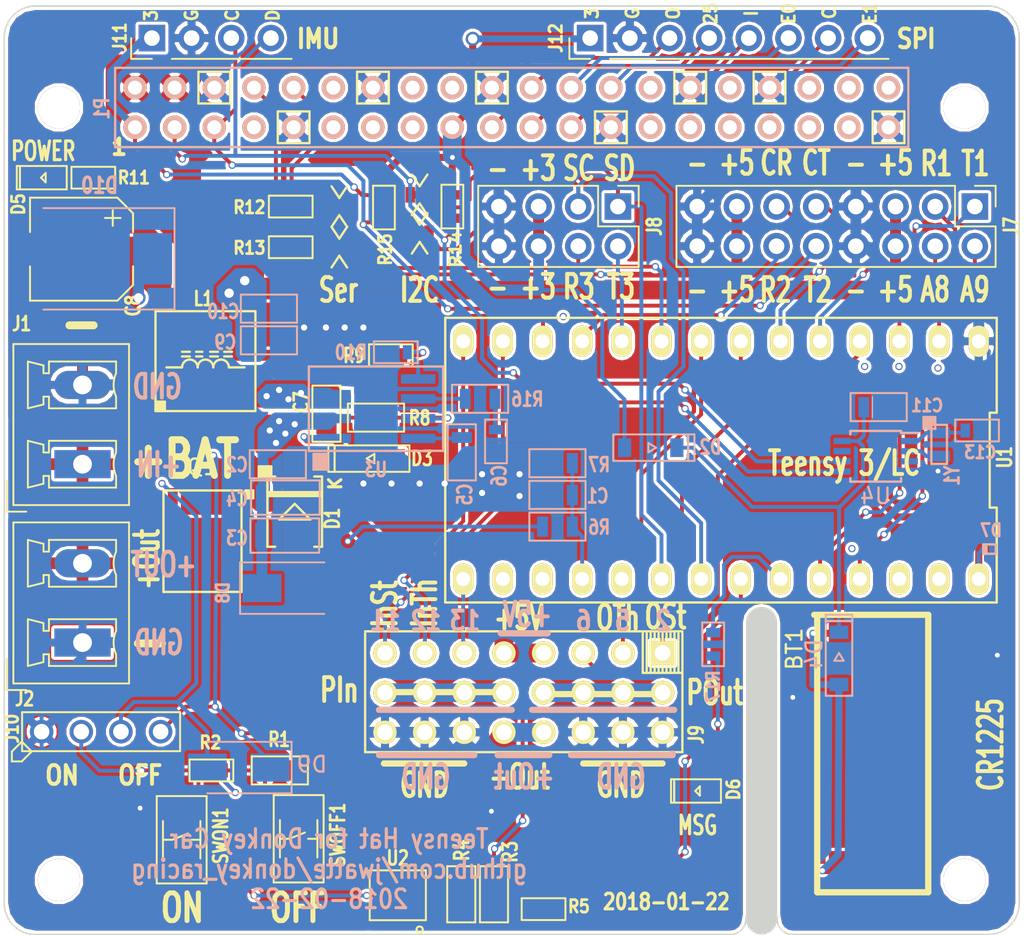
<source format=kicad_pcb>
(kicad_pcb (version 4) (host pcbnew 4.0.7-e2-6376~58~ubuntu17.04.1)
  (layers (0 F.Cu signal) (31 B.Cu signal) (34 B.Paste user hide) (35 F.Paste user hide) (36 B.SilkS user) (37 F.SilkS user) (38 B.Mask user hide) (39 F.Mask user hide) (44 Edge.Cuts user))
  (net 0 "")
  (net 1 GND)
  (net 2 +5V)
  (net 3 /R_SDA)
  (net 4 /R_SCL)
  (net 5 /PWR_SENSE)
  (net 6 "Net-(C6-Pad1)")
  (net 7 "Net-(C11-Pad1)")
  (net 8 /T_SDA)
  (net 9 /T_SCL)
  (net 10 /T_RX3)
  (net 11 "Net-(J5-Pad2)")
  (net 12 /T_TX3)
  (net 13 "Net-(J6-Pad2)")
  (net 14 +3V3)
  (net 15 "Net-(P1-Pad7)")
  (net 16 /R_TX)
  (net 17 /R_RX)
  (net 18 "Net-(P1-Pad11)")
  (net 19 "Net-(P1-Pad12)")
  (net 20 "Net-(P1-Pad13)")
  (net 21 "Net-(P1-Pad15)")
  (net 22 "Net-(P1-Pad16)")
  (net 23 "Net-(P1-Pad18)")
  (net 24 "Net-(P1-Pad27)")
  (net 25 "Net-(P1-Pad28)")
  (net 26 "Net-(P1-Pad29)")
  (net 27 "Net-(P1-Pad31)")
  (net 28 "Net-(P1-Pad32)")
  (net 29 "Net-(P1-Pad33)")
  (net 30 "Net-(P1-Pad35)")
  (net 31 "Net-(P1-Pad36)")
  (net 32 "Net-(P1-Pad37)")
  (net 33 "Net-(P1-Pad38)")
  (net 34 "Net-(P1-Pad40)")
  (net 35 "Net-(R3-Pad2)")
  (net 36 /PWR_CTL)
  (net 37 "Net-(SWOFF1-Pad2)")
  (net 38 "Net-(SWOFF1-Pad4)")
  (net 39 "Net-(SWON1-Pad2)")
  (net 40 "Net-(SWON1-Pad4)")
  (net 41 "Net-(U1-Pad27)")
  (net 42 /T_RX1)
  (net 43 +3.3VP)
  (net 44 /T_TX1)
  (net 45 /T_A9)
  (net 46 /OUT_AUX)
  (net 47 /T_A8)
  (net 48 /CTX)
  (net 49 /CRX)
  (net 50 /OUT_STEER)
  (net 51 /OUT_THROTTLE)
  (net 52 "Net-(U1-Pad19)")
  (net 53 /T_RX2)
  (net 54 "Net-(U1-Pad17)")
  (net 55 /T_TX2)
  (net 56 "Net-(U1-Pad16)")
  (net 57 /IN_STEER)
  (net 58 /IN_AUX)
  (net 59 /IN_THROTTLE)
  (net 60 "Net-(U4-Pad2)")
  (net 61 "Net-(U4-Pad3)")
  (net 62 "Net-(U4-Pad7)")
  (net 63 /Power/V_VIN)
  (net 64 /Power/V_SS)
  (net 65 /Power/V_BOOT)
  (net 66 /Power/V_SW)
  (net 67 /Power/V_EN)
  (net 68 /Power/V_FB)
  (net 69 /Power/V_COMP)
  (net 70 /Power/VIN)
  (net 71 "Net-(J9-Pad10)")
  (net 72 "Net-(J9-Pad13)")
  (net 73 "Net-(BT1-Pad1)")
  (net 74 +12V)
  (net 75 "Net-(C13-Pad1)")
  (net 76 "Net-(D5-PadANOD)")
  (net 77 "Net-(D6-PadANOD)")
  (net 78 /MSG_LED)
  (net 79 "Net-(D9-Pad2)")
  (net 80 "Net-(J10-Pad2)")
  (net 81 /R_MOSI)
  (net 82 /R_25)
  (net 83 /R_MISO)
  (net 84 /R_CE0)
  (net 85 /R_SCK)
  (net 86 /R_CE1)
  (module Pin_Headers:Pin_Header_Straight_1x08_Pitch2.54mm (layer F.Cu) (at 112.522 59.055 90)
    (fp_text reference J12 (at 0 -2.2 90) (layer F.SilkS) (effects (font (size 0.8 0.7) (thickness 0.175))))
    (fp_text value Conn_01x08_Female)
    (pad 1 thru_hole rect (at 0 0 90) (size 1.7 1.7) (drill 1) (layers *.Cu *.Mask) (net 14 +3V3))
    (pad 2 thru_hole oval (at 0 2.54 90) (size 1.7 1.7) (drill 1) (layers *.Cu *.Mask) (net 1 GND))
    (pad 3 thru_hole oval (at 0 5.08 90) (size 1.7 1.7) (drill 1) (layers *.Cu *.Mask) (net 81 /R_MOSI))
    (pad 4 thru_hole oval (at 0 7.62 90) (size 1.7 1.7) (drill 1) (layers *.Cu *.Mask) (net 82 /R_25))
    (pad 5 thru_hole oval (at 0 10.16 90) (size 1.7 1.7) (drill 1) (layers *.Cu *.Mask) (net 83 /R_MISO))
    (pad 6 thru_hole oval (at 0 12.7 90) (size 1.7 1.7) (drill 1) (layers *.Cu *.Mask) (net 84 /R_CE0))
    (pad 7 thru_hole oval (at 0 15.24 90) (size 1.7 1.7) (drill 1) (layers *.Cu *.Mask) (net 85 /R_SCK))
    (pad 8 thru_hole oval (at 0 17.78 90) (size 1.7 1.7) (drill 1) (layers *.Cu *.Mask) (net 86 /R_CE1))
  )
  (module Pin_Headers:Pin_Header_Straight_1x04_Pitch2.54mm (layer F.Cu) (at 84.455 59.055 90)
    (fp_text reference J11 (at 0.055 -2.055 90) (layer F.SilkS) (effects (font (size 0.8 0.7) (thickness 0.175))))
    (fp_text value Conn_01x04_Female)
    (pad 1 thru_hole rect (at 0 0 90) (size 1.7 1.7) (drill 1) (layers *.Cu *.Mask) (net 14 +3V3))
    (pad 2 thru_hole oval (at 0 2.54 90) (size 1.7 1.7) (drill 1) (layers *.Cu *.Mask) (net 1 GND))
    (pad 3 thru_hole oval (at 0 5.08 90) (size 1.7 1.7) (drill 1) (layers *.Cu *.Mask) (net 4 /R_SCL))
    (pad 4 thru_hole oval (at 0 7.62 90) (size 1.7 1.7) (drill 1) (layers *.Cu *.Mask) (net 3 /R_SDA))
  )
  (module Mounting_Holes:MountingHole_2-7mm (layer F.Cu) (at 78.5 113)
    (fp_text reference REF** hide)
    (fp_text value MountingHole_2-7mm hide)
    (pad 1 thru_hole circle (at 0 0) (size 2.7 2.7) (drill 2.7) (layers))
  )
  (module Mounting_Holes:MountingHole_2-7mm (layer F.Cu) (at 136.5 113)
    (fp_text reference REF** hide)
    (fp_text value MountingHole_2-7mm hide)
    (pad 1 thru_hole circle (at 0 0) (size 2.7 2.7) (drill 2.7) (layers))
  )
  (module Mounting_Holes:MountingHole_2-7mm (layer F.Cu) (at 136.5 63.5)
    (fp_text reference REF** hide)
    (fp_text value MountingHole_2-7mm hide)
    (pad 1 thru_hole circle (at 0 0) (size 2.7 2.7) (drill 2.7) (layers))
  )
  (module Mounting_Holes:MountingHole_2-7mm (layer F.Cu) (at 78.5 63.5)
    (fp_text reference REF** hide)
    (fp_text value MountingHole_2-7mm hide)
    (pad 1 thru_hole circle (at 0 0) (size 2.7 2.7) (drill 2.7) (layers))
  )
  (module teensy:RPI_BOTTOM_NOLABELS (layer B.Cu) (at 107.5 63.5)
    (fp_text reference P1 (at -26.2454 0.0762 270) (layer B.SilkS) (effects (font (size 0.9 0.7) (thickness 0.175)) (justify mirror)))
    (fp_text value S9200-ND)
    (fp_text user 1 (at -25.146 2.54) (layer F.SilkS) (effects (font (thickness 0.25))))
    (pad 1 thru_hole circle (at -24.13 1.27) (size 1.5 1.5) (drill 0.9) (layers *.Cu *.Mask B.SilkS) (net 14 +3V3))
    (pad 2 thru_hole circle (at -24.13 -1.27) (size 1.5 1.5) (drill 0.9) (layers *.Cu *.Mask B.SilkS) (net 2 +5V))
    (pad 3 thru_hole circle (at -21.59 1.27) (size 1.5 1.5) (drill 0.9) (layers *.Cu *.Mask B.SilkS) (net 3 /R_SDA))
    (pad 4 thru_hole circle (at -21.59 -1.27) (size 1.5 1.5) (drill 0.9) (layers *.Cu *.Mask B.SilkS) (net 2 +5V))
    (pad 5 thru_hole circle (at -19.05 1.27) (size 1.5 1.5) (drill 0.9) (layers *.Cu *.Mask B.SilkS) (net 4 /R_SCL))
    (pad 6 thru_hole circle (at -19.05 -1.27) (size 1.5 1.5) (drill 0.9) (layers *.Cu *.Mask B.SilkS) (net 1 GND))
    (pad 7 thru_hole circle (at -16.51 1.27) (size 1.5 1.5) (drill 0.9) (layers *.Cu *.Mask B.SilkS) (net 15 "Net-(P1-Pad7)"))
    (pad 8 thru_hole circle (at -16.51 -1.27) (size 1.5 1.5) (drill 0.9) (layers *.Cu *.Mask B.SilkS) (net 16 /R_TX))
    (pad 9 thru_hole circle (at -13.97 1.27) (size 1.5 1.5) (drill 0.9) (layers *.Cu *.Mask B.SilkS) (net 1 GND))
    (pad 10 thru_hole circle (at -13.97 -1.27) (size 1.5 1.5) (drill 0.9) (layers *.Cu *.Mask B.SilkS) (net 17 /R_RX))
    (pad 11 thru_hole circle (at -11.43 1.27) (size 1.5 1.5) (drill 0.9) (layers *.Cu *.Mask B.SilkS) (net 18 "Net-(P1-Pad11)"))
    (pad 12 thru_hole circle (at -11.43 -1.27) (size 1.5 1.5) (drill 0.9) (layers *.Cu *.Mask B.SilkS) (net 19 "Net-(P1-Pad12)"))
    (pad 13 thru_hole circle (at -8.89 1.27) (size 1.5 1.5) (drill 0.9) (layers *.Cu *.Mask B.SilkS) (net 20 "Net-(P1-Pad13)"))
    (pad 14 thru_hole circle (at -8.89 -1.27) (size 1.5 1.5) (drill 0.9) (layers *.Cu *.Mask B.SilkS) (net 1 GND))
    (pad 15 thru_hole circle (at -6.35 1.27) (size 1.5 1.5) (drill 0.9) (layers *.Cu *.Mask B.SilkS) (net 21 "Net-(P1-Pad15)"))
    (pad 16 thru_hole circle (at -6.35 -1.27) (size 1.5 1.5) (drill 0.9) (layers *.Cu *.Mask B.SilkS) (net 22 "Net-(P1-Pad16)"))
    (pad 17 thru_hole circle (at -3.81 1.27) (size 1.5 1.5) (drill 0.9) (layers *.Cu *.Mask B.SilkS) (net 14 +3V3))
    (pad 18 thru_hole circle (at -3.81 -1.27) (size 1.5 1.5) (drill 0.9) (layers *.Cu *.Mask B.SilkS) (net 23 "Net-(P1-Pad18)"))
    (pad 19 thru_hole circle (at -1.27 1.27) (size 1.5 1.5) (drill 0.9) (layers *.Cu *.Mask B.SilkS) (net 81 /R_MOSI))
    (pad 20 thru_hole circle (at -1.27 -1.27) (size 1.5 1.5) (drill 0.9) (layers *.Cu *.Mask B.SilkS) (net 1 GND))
    (pad 21 thru_hole circle (at 1.27 1.27) (size 1.5 1.5) (drill 0.9) (layers *.Cu *.Mask B.SilkS) (net 83 /R_MISO))
    (pad 22 thru_hole circle (at 1.27 -1.27) (size 1.5 1.5) (drill 0.9) (layers *.Cu *.Mask B.SilkS) (net 82 /R_25))
    (pad 23 thru_hole circle (at 3.81 1.27) (size 1.5 1.5) (drill 0.9) (layers *.Cu *.Mask B.SilkS) (net 85 /R_SCK))
    (pad 24 thru_hole circle (at 3.81 -1.27) (size 1.5 1.5) (drill 0.9) (layers *.Cu *.Mask B.SilkS) (net 84 /R_CE0))
    (pad 25 thru_hole circle (at 6.35 1.27) (size 1.5 1.5) (drill 0.9) (layers *.Cu *.Mask B.SilkS) (net 1 GND))
    (pad 26 thru_hole circle (at 6.35 -1.27) (size 1.5 1.5) (drill 0.9) (layers *.Cu *.Mask B.SilkS) (net 86 /R_CE1))
    (pad 27 thru_hole circle (at 8.89 1.27) (size 1.5 1.5) (drill 0.9) (layers *.Cu *.Mask B.SilkS) (net 24 "Net-(P1-Pad27)"))
    (pad 28 thru_hole circle (at 8.89 -1.27) (size 1.5 1.5) (drill 0.9) (layers *.Cu *.Mask B.SilkS) (net 25 "Net-(P1-Pad28)"))
    (pad 29 thru_hole circle (at 11.43 1.27) (size 1.5 1.5) (drill 0.9) (layers *.Cu *.Mask B.SilkS) (net 26 "Net-(P1-Pad29)"))
    (pad 30 thru_hole circle (at 11.43 -1.27) (size 1.5 1.5) (drill 0.9) (layers *.Cu *.Mask B.SilkS) (net 1 GND))
    (pad 31 thru_hole circle (at 13.97 1.27) (size 1.5 1.5) (drill 0.9) (layers *.Cu *.Mask B.SilkS) (net 27 "Net-(P1-Pad31)"))
    (pad 32 thru_hole circle (at 13.97 -1.27) (size 1.5 1.5) (drill 0.9) (layers *.Cu *.Mask B.SilkS) (net 28 "Net-(P1-Pad32)"))
    (pad 33 thru_hole circle (at 16.51 1.27) (size 1.5 1.5) (drill 0.9) (layers *.Cu *.Mask B.SilkS) (net 29 "Net-(P1-Pad33)"))
    (pad 34 thru_hole circle (at 16.51 -1.27) (size 1.5 1.5) (drill 0.9) (layers *.Cu *.Mask B.SilkS) (net 1 GND))
    (pad 35 thru_hole circle (at 19.05 1.27) (size 1.5 1.5) (drill 0.9) (layers *.Cu *.Mask B.SilkS) (net 30 "Net-(P1-Pad35)"))
    (pad 36 thru_hole circle (at 19.05 -1.27) (size 1.5 1.5) (drill 0.9) (layers *.Cu *.Mask B.SilkS) (net 31 "Net-(P1-Pad36)"))
    (pad 37 thru_hole circle (at 21.59 1.27) (size 1.5 1.5) (drill 0.9) (layers *.Cu *.Mask B.SilkS) (net 32 "Net-(P1-Pad37)"))
    (pad 38 thru_hole circle (at 21.59 -1.27) (size 1.5 1.5) (drill 0.9) (layers *.Cu *.Mask B.SilkS) (net 33 "Net-(P1-Pad38)"))
    (pad 39 thru_hole circle (at 24.13 1.27) (size 1.5 1.5) (drill 0.9) (layers *.Cu *.Mask B.SilkS) (net 1 GND))
    (pad 40 thru_hole circle (at 24.13 -1.27) (size 1.5 1.5) (drill 0.9) (layers *.Cu *.Mask B.SilkS) (net 34 "Net-(P1-Pad40)"))
  )
  (module MF_Passives:MF_Passives-C0805 (layer B.Cu) (at 110.4265 88.3285 180)
    (fp_text reference C1 (at -2.5735 -0.0715 180) (layer B.SilkS) (effects (font (size 0.9 0.7) (thickness 0.175)) (justify mirror)))
    (fp_text value MF-CAP-0805-0.1uF)
    (pad 1 smd rect (at -0.94996 0) (size 0.6985 1.29794) (layers B.Cu B.Paste B.Mask) (net 5 /PWR_SENSE))
    (pad 2 smd rect (at 0.94996 0) (size 0.6985 1.29794) (layers B.Cu B.Paste B.Mask) (net 1 GND))
  )
  (module MF_Passives:MF_Passives-C0805 (layer B.Cu) (at 92.5195 86.36 180)
    (fp_text reference C2 (at 2.6195 -0.04 180) (layer B.SilkS) (effects (font (size 0.9 0.7) (thickness 0.175)) (justify mirror)))
    (fp_text value MF-CAP-0805-0.1uF)
    (pad 1 smd rect (at -0.94996 0) (size 0.6985 1.29794) (layers B.Cu B.Paste B.Mask) (net 1 GND))
    (pad 2 smd rect (at 0.94996 0) (size 0.6985 1.29794) (layers B.Cu B.Paste B.Mask) (net 63 /Power/V_VIN))
  )
  (module MF_Passives:MF_Passives-C1206 (layer B.Cu) (at 92.964 90.932 180)
    (fp_text reference C3 (at 3.064 -0.168 180) (layer B.SilkS) (effects (font (size 0.9 0.7) (thickness 0.175)) (justify mirror)))
    (fp_text value CL31A106MBHNNNE)
    (pad 1 smd rect (at -1.4478 0) (size 0.89916 1.59766) (layers B.Cu B.Paste B.Mask) (net 1 GND))
    (pad 2 smd rect (at 1.4478 0) (size 0.89916 1.59766) (layers B.Cu B.Paste B.Mask) (net 63 /Power/V_VIN))
  )
  (module MF_Passives:MF_Passives-C1206 (layer B.Cu) (at 93 88.5 180)
    (fp_text reference C4 (at 3.1 -0.1 180) (layer B.SilkS) (effects (font (size 0.9 0.7) (thickness 0.175)) (justify mirror)))
    (fp_text value CL31A106MBHNNNE)
    (pad 1 smd rect (at -1.4478 0) (size 0.89916 1.59766) (layers B.Cu B.Paste B.Mask) (net 1 GND))
    (pad 2 smd rect (at 1.4478 0) (size 0.89916 1.59766) (layers B.Cu B.Paste B.Mask) (net 63 /Power/V_VIN))
  )
  (module MF_Passives:MF_Passives-C0805 (layer B.Cu) (at 104.3 85.6 270)
    (fp_text reference C5 (at 2.7 -0.2 270) (layer B.SilkS) (effects (font (size 0.9 0.7) (thickness 0.175)) (justify mirror)))
    (fp_text value MF-CAP-0805-0.1uF)
    (pad 1 smd rect (at -0.94996 0 90) (size 0.6985 1.29794) (layers B.Cu B.Paste B.Mask) (net 64 /Power/V_SS))
    (pad 2 smd rect (at 0.94996 0 90) (size 0.6985 1.29794) (layers B.Cu B.Paste B.Mask) (net 1 GND))
  )
  (module MF_Passives:MF_Passives-C0603 (layer B.Cu) (at 106.4895 84.8995 270)
    (fp_text reference C6 (at 2.2005 -0.2105 270) (layer B.SilkS) (effects (font (size 0.9 0.7) (thickness 0.175)) (justify mirror)))
    (fp_text value MF-CAP-0603-4.7nF)
    (pad 1 smd rect (at -0.7493 0 90) (size 0.59944 0.89916) (layers B.Cu B.Paste B.Mask) (net 6 "Net-(C6-Pad1)"))
    (pad 2 smd rect (at 0.7493 0 90) (size 0.59944 0.89916) (layers B.Cu B.Paste B.Mask) (net 1 GND))
  )
  (module MF_Passives:MF_Passives-C0805 (layer F.Cu) (at 95.631 83.1215 90)
    (fp_text reference C7 (at 0.73914 -1.60782 90) (layer F.SilkS) (effects (font (size 0.9 0.7) (thickness 0.175))))
    (fp_text value MF-CAP-0805-0.1uF)
    (pad 1 smd rect (at -0.94996 0 270) (size 0.6985 1.29794) (layers F.Cu F.Paste F.Mask) (net 65 /Power/V_BOOT))
    (pad 2 smd rect (at 0.94996 0 270) (size 0.6985 1.29794) (layers F.Cu F.Paste F.Mask) (net 66 /Power/V_SW))
  )
  (module MF_Passives:MF_Passives-CP6.3MM (layer F.Cu) (at 79.9465 72.5805 90)
    (fp_text reference C8 (at -3.6195 3.302 90) (layer F.SilkS) (effects (font (size 0.9 0.7) (thickness 0.175))))
    (fp_text value MF-CAP-6.3MM-100uF)
    (pad 1 smd rect (at 0 2.69748 180) (size 3.19786 1.59766) (layers F.Cu F.Paste F.Mask) (net 70 /Power/VIN))
    (pad 2 smd rect (at 0 -2.69748 180) (size 3.19786 1.59766) (layers F.Cu F.Paste F.Mask) (net 1 GND))
  )
  (module MF_Passives:MF_Passives-C0805 (layer B.Cu) (at 91.948 78.4225)
    (fp_text reference C9 (at -2.794 0.127) (layer B.SilkS) (effects (font (size 0.9 0.7) (thickness 0.175)) (justify mirror)))
    (fp_text value CL21A226KOQNNNE)
    (pad 1 smd rect (at -0.94996 0 180) (size 0.6985 1.29794) (layers B.Cu B.Paste B.Mask) (net 2 +5V))
    (pad 2 smd rect (at 0.94996 0 180) (size 0.6985 1.29794) (layers B.Cu B.Paste B.Mask) (net 1 GND))
  )
  (module MF_Passives:MF_Passives-C0805 (layer B.Cu) (at 91.948 76.3905)
    (fp_text reference C10 (at -2.921 0.1905) (layer B.SilkS) (effects (font (size 0.9 0.7) (thickness 0.175)) (justify mirror)))
    (fp_text value CL21A226KOQNNNE)
    (pad 1 smd rect (at -0.94996 0 180) (size 0.6985 1.29794) (layers B.Cu B.Paste B.Mask) (net 2 +5V))
    (pad 2 smd rect (at 0.94996 0 180) (size 0.6985 1.29794) (layers B.Cu B.Paste B.Mask) (net 1 GND))
  )
  (module teensy:SOD-128 (layer F.Cu) (at 93.6 89.4 270)
    (fp_text reference D1 (at 0.4445 -2.413 270) (layer F.SilkS) (effects (font (size 0.9 0.7) (thickness 0.175))))
    (fp_text value PMEG3050BEP,115)
    (fp_text user K (at -1.8 -2.6 270) (layer F.SilkS) (effects (font (size 0.8 0.8) (thickness 0.2))))
    (pad 2 smd rect (at 2.2 0 270) (size 1.4 2.5) (layers F.Cu F.Paste F.Mask) (net 74 +12V))
    (pad 1 smd rect (at -2.2 0 270) (size 1.4 2.5) (layers F.Cu F.Paste F.Mask) (net 63 /Power/V_VIN))
  )
  (module MF_Discrete_Semiconductor:MF_Discrete_Semiconductor-SOD-123 (layer B.Cu) (at 116.4 85.3 180)
    (fp_text reference D2 (at -3.824 0.0315 180) (layer B.SilkS) (effects (font (size 0.9 0.7) (thickness 0.175)) (justify mirror)))
    (fp_text value BAT42)
    (pad ANOD smd rect (at 1.67386 0) (size 0.84836 1.19888) (layers B.Cu B.Paste B.Mask) (net 14 +3V3))
    (pad CATH smd rect (at -1.67386 0) (size 0.84836 1.19888) (layers B.Cu B.Paste B.Mask) (net 7 "Net-(C11-Pad1)"))
  )
  (module MF_Discrete_Semiconductor:MF_Discrete_Semiconductor-SOD-123 (layer F.Cu) (at 98.552 86)
    (fp_text reference D3 (at 3.2 0) (layer F.SilkS) (effects (font (size 0.9 0.7) (thickness 0.175))))
    (fp_text value MF-DIO-SOD123-BAT42)
    (pad ANOD smd rect (at 1.67386 0 180) (size 0.84836 1.19888) (layers F.Cu F.Paste F.Mask) (net 2 +5V))
    (pad CATH smd rect (at -1.67386 0 180) (size 0.84836 1.19888) (layers F.Cu F.Paste F.Mask) (net 65 /Power/V_BOOT))
  )
  (module Connectors_Phoenix:PhoenixContact_MCV-G_02x5.08mm_Vertical (layer F.Cu) (at 80.01 86.36 90)
    (fp_text reference J1 (at 9 -3.9 180) (layer F.SilkS) (effects (font (size 0.9 0.7) (thickness 0.175))))
    (fp_text value 277-1667-ND)
    (pad 1 thru_hole rect (at 0 0 90) (size 1.8 3.6) (drill 1.2) (layers *.Cu *.Mask) (net 70 /Power/VIN))
    (pad 2 thru_hole oval (at 5.08 0 90) (size 1.8 3.6) (drill 1.2) (layers *.Cu *.Mask) (net 1 GND))
  )
  (module Connectors_Phoenix:PhoenixContact_MCV-G_02x5.08mm_Vertical (layer F.Cu) (at 80.01 97.79 90)
    (fp_text reference J2 (at -3.61 -3.71 180) (layer F.SilkS) (effects (font (size 0.9 0.7) (thickness 0.175))))
    (fp_text value 277-1667-ND)
    (pad 1 thru_hole rect (at 0 0 90) (size 1.8 3.6) (drill 1.2) (layers *.Cu *.Mask) (net 1 GND))
    (pad 2 thru_hole oval (at 5.08 0 90) (size 1.8 3.6) (drill 1.2) (layers *.Cu *.Mask) (net 74 +12V))
  )
  (module teensy:CJ-2 (layer F.Cu) (at 101.6 69.1 180)
    (fp_text reference J3 hide)
    (fp_text value CJ)
    (fp_line (start -0.6 0) (end 0.6 0) (layer F.Cu) (width 0.5))
    (pad 1 connect rect (at -0.6 0 180) (size 0.6 1) (layers F.Cu F.Mask) (net 8 /T_SDA))
    (pad 2 connect rect (at 0.6 0 180) (size 0.6 1) (layers F.Cu F.Mask) (net 3 /R_SDA))
  )
  (module teensy:CJ-2 (layer F.Cu) (at 101.6 71.5645 180)
    (fp_text reference J4 hide)
    (fp_text value CJ)
    (fp_line (start -0.6 0) (end 0.6 0) (layer F.Cu) (width 0.5))
    (pad 1 connect rect (at -0.6 0 180) (size 0.6 1) (layers F.Cu F.Mask) (net 9 /T_SCL))
    (pad 2 connect rect (at 0.6 0 180) (size 0.6 1) (layers F.Cu F.Mask) (net 4 /R_SCL))
  )
  (module teensy:CJ-2 (layer F.Cu) (at 96.4565 69.85 180)
    (fp_text reference J5 hide)
    (fp_text value CJ)
    (fp_line (start -0.6 0) (end 0.6 0) (layer F.Cu) (width 0.5))
    (pad 1 connect rect (at -0.6 0 180) (size 0.6 1) (layers F.Cu F.Mask) (net 10 /T_RX3))
    (pad 2 connect rect (at 0.6 0 180) (size 0.6 1) (layers F.Cu F.Mask) (net 11 "Net-(J5-Pad2)"))
  )
  (module teensy:CJ-2 (layer F.Cu) (at 96.4565 72.4535 180)
    (fp_text reference J6 hide)
    (fp_text value CJ)
    (fp_line (start -0.6 0) (end 0.6 0) (layer F.Cu) (width 0.5))
    (pad 1 connect rect (at -0.6 0 180) (size 0.6 1) (layers F.Cu F.Mask) (net 12 /T_TX3))
    (pad 2 connect rect (at 0.6 0 180) (size 0.6 1) (layers F.Cu F.Mask) (net 13 "Net-(J6-Pad2)"))
  )
  (module Pin_Headers:Pin_Header_Straight_2x08_Pitch2.54mm (layer F.Cu) (at 137.16 69.85 270)
    (fp_text reference J7 (at 1.27 -2.33 270) (layer F.SilkS) (effects (font (size 0.9 0.7) (thickness 0.175))))
    (fp_text value M20-9980845)
    (pad 1 thru_hole rect (at 0 0 270) (size 1.7 1.7) (drill 1) (layers *.Cu *.Mask) (net 44 /T_TX1))
    (pad 2 thru_hole oval (at 2.54 0 270) (size 1.7 1.7) (drill 1) (layers *.Cu *.Mask) (net 45 /T_A9))
    (pad 3 thru_hole oval (at 0 2.54 270) (size 1.7 1.7) (drill 1) (layers *.Cu *.Mask) (net 42 /T_RX1))
    (pad 4 thru_hole oval (at 2.54 2.54 270) (size 1.7 1.7) (drill 1) (layers *.Cu *.Mask) (net 47 /T_A8))
    (pad 5 thru_hole oval (at 0 5.08 270) (size 1.7 1.7) (drill 1) (layers *.Cu *.Mask) (net 2 +5V))
    (pad 6 thru_hole oval (at 2.54 5.08 270) (size 1.7 1.7) (drill 1) (layers *.Cu *.Mask) (net 2 +5V))
    (pad 7 thru_hole oval (at 0 7.62 270) (size 1.7 1.7) (drill 1) (layers *.Cu *.Mask) (net 1 GND))
    (pad 8 thru_hole oval (at 2.54 7.62 270) (size 1.7 1.7) (drill 1) (layers *.Cu *.Mask) (net 1 GND))
    (pad 9 thru_hole oval (at 0 10.16 270) (size 1.7 1.7) (drill 1) (layers *.Cu *.Mask) (net 48 /CTX))
    (pad 10 thru_hole oval (at 2.54 10.16 270) (size 1.7 1.7) (drill 1) (layers *.Cu *.Mask) (net 55 /T_TX2))
    (pad 11 thru_hole oval (at 0 12.7 270) (size 1.7 1.7) (drill 1) (layers *.Cu *.Mask) (net 49 /CRX))
    (pad 12 thru_hole oval (at 2.54 12.7 270) (size 1.7 1.7) (drill 1) (layers *.Cu *.Mask) (net 53 /T_RX2))
    (pad 13 thru_hole oval (at 0 15.24 270) (size 1.7 1.7) (drill 1) (layers *.Cu *.Mask) (net 2 +5V))
    (pad 14 thru_hole oval (at 2.54 15.24 270) (size 1.7 1.7) (drill 1) (layers *.Cu *.Mask) (net 2 +5V))
    (pad 15 thru_hole oval (at 0 17.78 270) (size 1.7 1.7) (drill 1) (layers *.Cu *.Mask) (net 1 GND))
    (pad 16 thru_hole oval (at 2.54 17.78 270) (size 1.7 1.7) (drill 1) (layers *.Cu *.Mask) (net 1 GND))
  )
  (module Pin_Headers:Pin_Header_Straight_2x04_Pitch2.54mm (layer F.Cu) (at 114.3 69.85 270)
    (fp_text reference J8 (at 1.27 -2.33 270) (layer F.SilkS) (effects (font (size 0.9 0.7) (thickness 0.175))))
    (fp_text value M20-9970445)
    (pad 1 thru_hole rect (at 0 0 270) (size 1.7 1.7) (drill 1) (layers *.Cu *.Mask) (net 8 /T_SDA))
    (pad 2 thru_hole oval (at 2.54 0 270) (size 1.7 1.7) (drill 1) (layers *.Cu *.Mask) (net 12 /T_TX3))
    (pad 3 thru_hole oval (at 0 2.54 270) (size 1.7 1.7) (drill 1) (layers *.Cu *.Mask) (net 9 /T_SCL))
    (pad 4 thru_hole oval (at 2.54 2.54 270) (size 1.7 1.7) (drill 1) (layers *.Cu *.Mask) (net 10 /T_RX3))
    (pad 5 thru_hole oval (at 0 5.08 270) (size 1.7 1.7) (drill 1) (layers *.Cu *.Mask) (net 14 +3V3))
    (pad 6 thru_hole oval (at 2.54 5.08 270) (size 1.7 1.7) (drill 1) (layers *.Cu *.Mask) (net 14 +3V3))
    (pad 7 thru_hole oval (at 0 7.62 270) (size 1.7 1.7) (drill 1) (layers *.Cu *.Mask) (net 1 GND))
    (pad 8 thru_hole oval (at 2.54 7.62 270) (size 1.7 1.7) (drill 1) (layers *.Cu *.Mask) (net 1 GND))
  )
  (module teensy:CONN_03x08 (layer F.Cu) (at 107 101 180)
    (fp_text reference J9 (at -12.3165 -2.6955 270) (layer F.SilkS) (effects (font (size 0.9 0.7) (thickness 0.175))))
    (fp_text value TSW-108-07-G-T)
    (pad 1 thru_hole rect (at -10.16 2.54 180) (size 1.5 1.5) (drill 1) (layers *.Cu *.Mask F.SilkS) (net 50 /OUT_STEER))
    (pad 2 thru_hole oval (at -7.62 2.54 180) (size 1.5 1.5) (drill 1) (layers *.Cu *.Mask F.SilkS) (net 51 /OUT_THROTTLE))
    (pad 3 thru_hole oval (at -5.08 2.54 180) (size 1.5 1.5) (drill 1) (layers *.Cu *.Mask F.SilkS) (net 46 /OUT_AUX))
    (pad 4 thru_hole oval (at -2.54 2.54 180) (size 1.5 1.5) (drill 1) (layers *.Cu *.Mask F.SilkS) (net 2 +5V))
    (pad 5 thru_hole oval (at 0 2.54 180) (size 1.5 1.5) (drill 1) (layers *.Cu *.Mask F.SilkS) (net 2 +5V))
    (pad 6 thru_hole oval (at 2.54 2.54 180) (size 1.5 1.5) (drill 1) (layers *.Cu *.Mask F.SilkS) (net 58 /IN_AUX))
    (pad 7 thru_hole oval (at 5.08 2.54 180) (size 1.5 1.5) (drill 1) (layers *.Cu *.Mask F.SilkS) (net 59 /IN_THROTTLE))
    (pad 8 thru_hole oval (at 7.62 2.54 180) (size 1.5 1.5) (drill 1) (layers *.Cu *.Mask F.SilkS) (net 57 /IN_STEER))
    (pad 9 thru_hole oval (at -10.16 0 180) (size 1.5 1.5) (drill 1) (layers *.Cu *.Mask F.SilkS) (net 71 "Net-(J9-Pad10)"))
    (pad 10 thru_hole oval (at -7.62 0 180) (size 1.5 1.5) (drill 1) (layers *.Cu *.Mask F.SilkS) (net 71 "Net-(J9-Pad10)"))
    (pad 11 thru_hole oval (at -5.08 0 180) (size 1.5 1.5) (drill 1) (layers *.Cu *.Mask F.SilkS) (net 71 "Net-(J9-Pad10)"))
    (pad 12 thru_hole oval (at -2.54 0 180) (size 1.5 1.5) (drill 1) (layers *.Cu *.Mask F.SilkS) (net 71 "Net-(J9-Pad10)"))
    (pad 13 thru_hole oval (at 0 0 180) (size 1.5 1.5) (drill 1) (layers *.Cu *.Mask F.SilkS) (net 72 "Net-(J9-Pad13)"))
    (pad 14 thru_hole oval (at 2.54 0 180) (size 1.5 1.5) (drill 1) (layers *.Cu *.Mask F.SilkS) (net 72 "Net-(J9-Pad13)"))
    (pad 15 thru_hole oval (at 5.08 0 180) (size 1.5 1.5) (drill 1) (layers *.Cu *.Mask F.SilkS) (net 72 "Net-(J9-Pad13)"))
    (pad 16 thru_hole oval (at 7.62 0 180) (size 1.5 1.5) (drill 1) (layers *.Cu *.Mask F.SilkS) (net 72 "Net-(J9-Pad13)"))
    (pad 17 thru_hole oval (at -10.16 -2.54 180) (size 1.5 1.5) (drill 1) (layers *.Cu *.Mask F.SilkS) (net 1 GND))
    (pad 18 thru_hole oval (at -7.62 -2.54 180) (size 1.5 1.5) (drill 1) (layers *.Cu *.Mask F.SilkS) (net 1 GND))
    (pad 19 thru_hole oval (at -5.08 -2.54 180) (size 1.5 1.5) (drill 1) (layers *.Cu *.Mask F.SilkS) (net 1 GND))
    (pad 20 thru_hole oval (at -2.54 -2.54 180) (size 1.5 1.5) (drill 1) (layers *.Cu *.Mask F.SilkS) (net 74 +12V))
    (pad 21 thru_hole oval (at 0 -2.54 180) (size 1.5 1.5) (drill 1) (layers *.Cu *.Mask F.SilkS) (net 74 +12V))
    (pad 22 thru_hole oval (at 2.54 -2.54 180) (size 1.5 1.5) (drill 1) (layers *.Cu *.Mask F.SilkS) (net 1 GND))
    (pad 23 thru_hole oval (at 5.08 -2.54 180) (size 1.5 1.5) (drill 1) (layers *.Cu *.Mask F.SilkS) (net 1 GND))
    (pad 24 thru_hole oval (at 7.62 -2.54 180) (size 1.5 1.5) (drill 1) (layers *.Cu *.Mask F.SilkS) (net 1 GND))
  )
  (module teensy:SRN6045TA (layer F.Cu) (at 87.884 79.756)
    (fp_text reference L1 (at -0.127 -4.0005) (layer F.SilkS) (effects (font (size 0.9 0.7) (thickness 0.175))))
    (fp_text value SRN6045TA-6R3M)
    (pad 2 smd rect (at 0 -2.075) (size 5.1 2.35) (layers F.Cu F.Paste F.Mask) (net 2 +5V))
    (pad 1 smd rect (at 0 2.075) (size 5.1 2.35) (layers F.Cu F.Paste F.Mask) (net 66 /Power/V_SW))
  )
  (module MF_Passives:MF_Passives-R0805 (layer F.Cu) (at 92.6465 105.9815 180)
    (fp_text reference R1 (at 0.0465 1.9815 180) (layer F.SilkS) (effects (font (size 0.9 0.7) (thickness 0.175))))
    (fp_text value MF-RES-0805-15K)
    (pad 1 smd rect (at -0.94996 0) (size 0.6985 1.29794) (layers F.Cu F.Paste F.Mask) (net 70 /Power/VIN))
    (pad 2 smd rect (at 0.94996 0) (size 0.6985 1.29794) (layers F.Cu F.Paste F.Mask) (net 79 "Net-(D9-Pad2)"))
  )
  (module MF_Passives:MF_Passives-R0805 (layer F.Cu) (at 106.3625 113.919 270)
    (fp_text reference R3 (at -2.719 -1.0375 270) (layer F.SilkS) (effects (font (size 0.9 0.7) (thickness 0.175))))
    (fp_text value MF-RES-0805-100K)
    (pad 1 smd rect (at -0.94996 0 90) (size 0.6985 1.29794) (layers F.Cu F.Paste F.Mask) (net 2 +5V))
    (pad 2 smd rect (at 0.94996 0 90) (size 0.6985 1.29794) (layers F.Cu F.Paste F.Mask) (net 35 "Net-(R3-Pad2)"))
  )
  (module MF_Passives:MF_Passives-R0805 (layer F.Cu) (at 104.267 113.919 90)
    (fp_text reference R4 (at 2.819 0.033 90) (layer F.SilkS) (effects (font (size 0.9 0.7) (thickness 0.175))))
    (fp_text value MF-RES-0805-100K)
    (pad 1 smd rect (at -0.94996 0 270) (size 0.6985 1.29794) (layers F.Cu F.Paste F.Mask) (net 35 "Net-(R3-Pad2)"))
    (pad 2 smd rect (at 0.94996 0 270) (size 0.6985 1.29794) (layers F.Cu F.Paste F.Mask) (net 1 GND))
  )
  (module MF_Passives:MF_Passives-R0805 (layer B.Cu) (at 110.4265 90.3605)
    (fp_text reference R6 (at 2.6735 0.0395) (layer B.SilkS) (effects (font (size 0.9 0.7) (thickness 0.175)) (justify mirror)))
    (fp_text value MF-RES-0805-470K)
    (pad 1 smd rect (at -0.94996 0 180) (size 0.6985 1.29794) (layers B.Cu B.Paste B.Mask) (net 74 +12V))
    (pad 2 smd rect (at 0.94996 0 180) (size 0.6985 1.29794) (layers B.Cu B.Paste B.Mask) (net 5 /PWR_SENSE))
  )
  (module MF_Passives:MF_Passives-R0805 (layer B.Cu) (at 110.4265 86.2965 180)
    (fp_text reference R7 (at -2.6735 -0.1035 180) (layer B.SilkS) (effects (font (size 0.9 0.7) (thickness 0.175)) (justify mirror)))
    (fp_text value MF-RES-0805-100K)
    (pad 1 smd rect (at -0.94996 0) (size 0.6985 1.29794) (layers B.Cu B.Paste B.Mask) (net 5 /PWR_SENSE))
    (pad 2 smd rect (at 0.94996 0) (size 0.6985 1.29794) (layers B.Cu B.Paste B.Mask) (net 1 GND))
  )
  (module MF_Passives:MF_Passives-R0805 (layer F.Cu) (at 98.806 83.3755 180)
    (fp_text reference R8 (at -2.794 -0.0245 180) (layer F.SilkS) (effects (font (size 0.9 0.7) (thickness 0.175))))
    (fp_text value MF-RES-0805-100K)
    (pad 1 smd rect (at -0.94996 0) (size 0.6985 1.29794) (layers F.Cu F.Paste F.Mask) (net 67 /Power/V_EN))
    (pad 2 smd rect (at 0.94996 0) (size 0.6985 1.29794) (layers F.Cu F.Paste F.Mask) (net 63 /Power/V_VIN))
  )
  (module MF_Passives:MF_Passives-R0603 (layer F.Cu) (at 99.7585 79.375 180)
    (fp_text reference R9 (at 2.3585 -0.025 180) (layer F.SilkS) (effects (font (size 0.9 0.7) (thickness 0.175))))
    (fp_text value RC0603FR-0763K4L)
    (pad 1 smd rect (at -0.7493 0) (size 0.59944 0.89916) (layers F.Cu F.Paste F.Mask) (net 68 /Power/V_FB))
    (pad 2 smd rect (at 0.7493 0) (size 0.59944 0.89916) (layers F.Cu F.Paste F.Mask) (net 2 +5V))
  )
  (module MF_Passives:MF_Passives-R0603 (layer B.Cu) (at 100.076 79.1845)
    (fp_text reference R10 (at -2.876 0.0155) (layer B.SilkS) (effects (font (size 0.9 0.7) (thickness 0.175)) (justify mirror)))
    (fp_text value RC0603FR-0712KL)
    (pad 1 smd rect (at -0.7493 0 180) (size 0.59944 0.89916) (layers B.Cu B.Paste B.Mask) (net 1 GND))
    (pad 2 smd rect (at 0.7493 0 180) (size 0.59944 0.89916) (layers B.Cu B.Paste B.Mask) (net 68 /Power/V_FB))
  )
  (module MF_Passives:MF_Passives-R0805 (layer B.Cu) (at 105.4735 82.169 180)
    (fp_text reference R16 (at -3.0265 -0.031 180) (layer B.SilkS) (effects (font (size 0.9 0.7) (thickness 0.175)) (justify mirror)))
    (fp_text value MF-RES-0805-15K)
    (pad 1 smd rect (at -0.94996 0) (size 0.6985 1.29794) (layers B.Cu B.Paste B.Mask) (net 6 "Net-(C6-Pad1)"))
    (pad 2 smd rect (at 0.94996 0) (size 0.6985 1.29794) (layers B.Cu B.Paste B.Mask) (net 69 /Power/V_COMP))
  )
  (module MF_Switches:MF_Switches-TACT4.2MM (layer F.Cu) (at 93.853 110.363 270)
    (fp_text reference SWOFF1 (at -0.25908 -2.50698 270) (layer F.SilkS) (effects (font (size 0.9 0.7) (thickness 0.175))))
    (fp_text value MF-SW-TACT-4.2MM)
    (pad 1 smd rect (at -2.07264 -1.07442) (size 0.6477 1.04902) (layers F.Cu F.Paste F.Mask) (net 70 /Power/VIN))
    (pad 2 smd rect (at 2.07264 -1.07442) (size 0.6477 1.04902) (layers F.Cu F.Paste F.Mask) (net 37 "Net-(SWOFF1-Pad2)"))
    (pad 3 smd rect (at -2.07264 1.07442) (size 0.6477 1.04902) (layers F.Cu F.Paste F.Mask) (net 79 "Net-(D9-Pad2)"))
    (pad 4 smd rect (at 2.07264 1.07442) (size 0.6477 1.04902) (layers F.Cu F.Paste F.Mask) (net 38 "Net-(SWOFF1-Pad4)"))
  )
  (module MF_Switches:MF_Switches-TACT4.2MM (layer F.Cu) (at 86.36 110.4265 270)
    (fp_text reference SWON1 (at -0.25908 -2.50698 270) (layer F.SilkS) (effects (font (size 0.9 0.7) (thickness 0.175))))
    (fp_text value MF-SW-TACT-4.2MM)
    (pad 1 smd rect (at -2.07264 -1.07442) (size 0.6477 1.04902) (layers F.Cu F.Paste F.Mask) (net 80 "Net-(J10-Pad2)"))
    (pad 2 smd rect (at 2.07264 -1.07442) (size 0.6477 1.04902) (layers F.Cu F.Paste F.Mask) (net 39 "Net-(SWON1-Pad2)"))
    (pad 3 smd rect (at -2.07264 1.07442) (size 0.6477 1.04902) (layers F.Cu F.Paste F.Mask) (net 1 GND))
    (pad 4 smd rect (at 2.07264 1.07442) (size 0.6477 1.04902) (layers F.Cu F.Paste F.Mask) (net 40 "Net-(SWON1-Pad4)"))
  )
  (module teensy:TEENSY_3 (layer F.Cu) (at 120.9 86.1 180)
    (fp_text reference U1 (at -18.165 0.1845 270) (layer F.SilkS) (effects (font (size 0.9 0.7) (thickness 0.175))))
    (fp_text value TEENSY)
    (pad 28 thru_hole oval (at -16.51 -7.62 180) (size 1.3 2) (drill 0.9) (layers *.Cu *.Mask F.SilkS) (net 2 +5V))
    (pad 1 thru_hole oval (at -16.51 7.62 180) (size 1.3 2) (drill 0.9) (layers *.Cu *.Mask F.SilkS) (net 1 GND))
    (pad 27 thru_hole oval (at -13.97 -7.62 180) (size 1.3 2) (drill 0.9) (layers *.Cu *.Mask F.SilkS) (net 41 "Net-(U1-Pad27)"))
    (pad 2 thru_hole oval (at -13.97 7.62 180) (size 1.3 2) (drill 0.9) (layers *.Cu *.Mask F.SilkS) (net 42 /T_RX1))
    (pad 26 thru_hole oval (at -11.43 -7.62 180) (size 1.3 2) (drill 0.9) (layers *.Cu *.Mask F.SilkS) (net 43 +3.3VP))
    (pad 3 thru_hole oval (at -11.43 7.62 180) (size 1.3 2) (drill 0.9) (layers *.Cu *.Mask F.SilkS) (net 44 /T_TX1))
    (pad 25 thru_hole oval (at -8.89 -7.62 180) (size 1.3 2) (drill 0.9) (layers *.Cu *.Mask F.SilkS) (net 45 /T_A9))
    (pad 4 thru_hole oval (at -8.89 7.62 180) (size 1.3 2) (drill 0.9) (layers *.Cu *.Mask F.SilkS) (net 46 /OUT_AUX))
    (pad 24 thru_hole oval (at -6.35 -7.62 180) (size 1.3 2) (drill 0.9) (layers *.Cu *.Mask F.SilkS) (net 47 /T_A8))
    (pad 5 thru_hole oval (at -6.35 7.62 180) (size 1.3 2) (drill 0.9) (layers *.Cu *.Mask F.SilkS) (net 48 /CTX))
    (pad 23 thru_hole oval (at -3.81 -7.62 180) (size 1.3 2) (drill 0.9) (layers *.Cu *.Mask F.SilkS) (net 78 /MSG_LED))
    (pad 6 thru_hole oval (at -3.81 7.62 180) (size 1.3 2) (drill 0.9) (layers *.Cu *.Mask F.SilkS) (net 49 /CRX))
    (pad 22 thru_hole oval (at -1.27 -7.62 180) (size 1.3 2) (drill 0.9) (layers *.Cu *.Mask F.SilkS) (net 36 /PWR_CTL))
    (pad 7 thru_hole oval (at -1.27 7.62 180) (size 1.3 2) (drill 0.9) (layers *.Cu *.Mask F.SilkS) (net 50 /OUT_STEER))
    (pad 21 thru_hole oval (at 1.27 -7.62 180) (size 1.3 2) (drill 0.9) (layers *.Cu *.Mask F.SilkS) (net 9 /T_SCL))
    (pad 8 thru_hole oval (at 1.27 7.62 180) (size 1.3 2) (drill 0.9) (layers *.Cu *.Mask F.SilkS) (net 51 /OUT_THROTTLE))
    (pad 20 thru_hole oval (at 3.81 -7.62 180) (size 1.3 2) (drill 0.9) (layers *.Cu *.Mask F.SilkS) (net 8 /T_SDA))
    (pad 9 thru_hole oval (at 3.81 7.62 180) (size 1.3 2) (drill 0.9) (layers *.Cu *.Mask F.SilkS) (net 10 /T_RX3))
    (pad 19 thru_hole oval (at 6.35 -7.62 180) (size 1.3 2) (drill 0.9) (layers *.Cu *.Mask F.SilkS) (net 52 "Net-(U1-Pad19)"))
    (pad 10 thru_hole oval (at 6.35 7.62 180) (size 1.3 2) (drill 0.9) (layers *.Cu *.Mask F.SilkS) (net 12 /T_TX3))
    (pad 18 thru_hole oval (at 8.89 -7.62 180) (size 1.3 2) (drill 0.9) (layers *.Cu *.Mask F.SilkS) (net 5 /PWR_SENSE))
    (pad 11 thru_hole oval (at 8.89 7.62 180) (size 1.3 2) (drill 0.9) (layers *.Cu *.Mask F.SilkS) (net 53 /T_RX2))
    (pad 17 thru_hole oval (at 11.43 -7.62 180) (size 1.3 2) (drill 0.9) (layers *.Cu *.Mask F.SilkS) (net 54 "Net-(U1-Pad17)"))
    (pad 12 thru_hole oval (at 11.43 7.62 180) (size 1.3 2) (drill 0.9) (layers *.Cu *.Mask F.SilkS) (net 55 /T_TX2))
    (pad 16 thru_hole oval (at 13.97 -7.62 180) (size 1.3 2) (drill 0.9) (layers *.Cu *.Mask F.SilkS) (net 56 "Net-(U1-Pad16)"))
    (pad 13 thru_hole oval (at 13.97 7.62 180) (size 1.3 2) (drill 0.9) (layers *.Cu *.Mask F.SilkS) (net 57 /IN_STEER))
    (pad 15 thru_hole oval (at 16.51 -7.62 180) (size 1.3 2) (drill 0.9) (layers *.Cu *.Mask F.SilkS) (net 58 /IN_AUX))
    (pad 14 thru_hole oval (at 16.51 7.62 180) (size 1.3 2) (drill 0.9) (layers *.Cu *.Mask F.SilkS) (net 59 /IN_THROTTLE))
  )
  (module MF_Discrete_Semiconductor:MF_Discrete_Semiconductor-SOT-23-3 (layer F.Cu) (at 100.203 113.9825 180)
    (fp_text reference U2 (at 0.003 2.3825 360) (layer F.SilkS) (effects (font (size 0.9 0.7) (thickness 0.175))))
    (fp_text value MF-DSC-SOT233-BSS138)
    (pad 1 smd rect (at -0.99822 -0.94996 180) (size 0.89916 0.79756) (layers F.Cu F.Paste F.Mask) (net 35 "Net-(R3-Pad2)"))
    (pad 2 smd rect (at -0.99822 0.94996 180) (size 0.89916 0.79756) (layers F.Cu F.Paste F.Mask) (net 1 GND))
    (pad 3 smd rect (at 0.99822 0 180) (size 0.89916 0.79756) (layers F.Cu F.Paste F.Mask) (net 80 "Net-(J10-Pad2)"))
  )
  (module teensy:DS7257G (layer B.Cu) (at 98.806 82.804 90)
    (fp_text reference U3 (at -3.905 0 360) (layer B.SilkS) (effects (font (size 0.9 0.7) (thickness 0.175)) (justify mirror)))
    (fp_text value RT7257G)
    (pad 8 smd rect (at -1.905 2.7 90) (size 0.6 2.2) (layers B.Cu B.Paste B.Mask) (net 64 /Power/V_SS))
    (pad 1 smd rect (at -1.905 -2.7 90) (size 0.6 2.2) (layers B.Cu B.Paste B.Mask) (net 65 /Power/V_BOOT))
    (pad 7 smd rect (at -0.635 2.7 90) (size 0.6 2.2) (layers B.Cu B.Paste B.Mask) (net 67 /Power/V_EN))
    (pad 2 smd rect (at -0.635 -2.7 90) (size 0.6 2.2) (layers B.Cu B.Paste B.Mask) (net 63 /Power/V_VIN))
    (pad 6 smd rect (at 0.635 2.7 90) (size 0.6 2.2) (layers B.Cu B.Paste B.Mask) (net 69 /Power/V_COMP))
    (pad 3 smd rect (at 0.635 -2.7 90) (size 0.6 2.2) (layers B.Cu B.Paste B.Mask) (net 66 /Power/V_SW))
    (pad 5 smd rect (at 1.905 2.7 90) (size 0.6 2.2) (layers B.Cu B.Paste B.Mask) (net 68 /Power/V_FB))
    (pad 4 smd rect (at 1.905 -2.7 90) (size 0.6 2.2) (layers B.Cu B.Paste B.Mask) (net 1 GND))
    (pad 9 smd rect (at 0 0 90) (size 3.5 2.5) (layers B.Cu B.Paste B.Mask) (net 1 GND))
  )
  (module teensy:SC-20S (layer B.Cu) (at 134.874 85.09 270)
    (fp_text reference Y1 (at 2.01 -0.826 270) (layer B.SilkS) (effects (font (size 0.9 0.7) (thickness 0.175)) (justify mirror)))
    (fp_text value SC20S-12.5PF20PPM)
    (pad 2 smd rect (at 0.75 0 270) (size 0.7 1.4) (layers B.Cu B.Paste B.Mask) (net 60 "Net-(U4-Pad2)"))
    (pad 1 smd rect (at -0.75 0 270) (size 0.7 1.4) (layers B.Cu B.Paste B.Mask) (net 75 "Net-(C13-Pad1)"))
  )
  (module teensy:BC-2009-ND (layer F.Cu) (at 130.6 104.8 90)
    (fp_text reference BT1 (at 6.6 -5 90) (layer F.SilkS))
    (fp_text value BC-2009-ND)
    (pad 1 smd rect (at 7.62 0 90) (size 2.54 5.588) (layers F.Cu F.Paste F.Mask) (net 73 "Net-(BT1-Pad1)"))
    (pad 1 smd rect (at -7.62 0 90) (size 2.54 5.588) (layers F.Cu F.Paste F.Mask) (net 73 "Net-(BT1-Pad1)"))
    (pad 2 smd circle (at 0 0 90) (size 11 11) (layers F.Cu F.Mask) (net 1 GND))
  )
  (module MF_Discrete_Semiconductor:MF_Discrete_Semiconductor-SOD-123 (layer B.Cu) (at 128.4605 98.806 270)
    (fp_text reference D4 (at -0.25908 1.59766 270) (layer B.SilkS) (effects (font (size 1.016 1.016) (thickness 0.1524)) (justify mirror)))
    (fp_text value BAT42)
    (pad ANOD smd rect (at 1.67386 0 90) (size 0.84836 1.19888) (layers B.Cu B.Paste B.Mask) (net 73 "Net-(BT1-Pad1)"))
    (pad CATH smd rect (at -1.67386 0 90) (size 0.84836 1.19888) (layers B.Cu B.Paste B.Mask) (net 7 "Net-(C11-Pad1)"))
  )
  (module MF_Passives:MF_Passives-R0603 (layer F.Cu) (at 88.265 105.9815 180)
    (fp_text reference R2 (at 0.065 1.7815 180) (layer F.SilkS) (effects (font (size 0.8 0.7) (thickness 0.175))))
    (fp_text value MF-RES-0603-2K)
    (pad 1 smd rect (at -0.7493 0) (size 0.59944 0.89916) (layers F.Cu F.Paste F.Mask) (net 79 "Net-(D9-Pad2)"))
    (pad 2 smd rect (at 0.7493 0) (size 0.59944 0.89916) (layers F.Cu F.Paste F.Mask) (net 80 "Net-(J10-Pad2)"))
  )
  (module MF_Passives:MF_Passives-R0603 (layer F.Cu) (at 109.5375 114.8715)
    (fp_text reference R5 (at 2.2625 -0.1715) (layer F.SilkS) (effects (font (size 0.8 0.7) (thickness 0.175))))
    (fp_text value MF-RES-0603-2K)
    (pad 1 smd rect (at -0.7493 0 180) (size 0.59944 0.89916) (layers F.Cu F.Paste F.Mask) (net 35 "Net-(R3-Pad2)"))
    (pad 2 smd rect (at 0.7493 0 180) (size 0.59944 0.89916) (layers F.Cu F.Paste F.Mask) (net 36 /PWR_CTL))
  )
  (module MF_Passives:MF_Passives-R0603 (layer F.Cu) (at 93.345 69.85)
    (fp_text reference R12 (at -2.645 0.05) (layer F.SilkS) (effects (font (size 0.8 0.7) (thickness 0.175))))
    (fp_text value MF-RES-0603-2K)
    (pad 1 smd rect (at -0.7493 0 180) (size 0.59944 0.89916) (layers F.Cu F.Paste F.Mask) (net 16 /R_TX))
    (pad 2 smd rect (at 0.7493 0 180) (size 0.59944 0.89916) (layers F.Cu F.Paste F.Mask) (net 11 "Net-(J5-Pad2)"))
  )
  (module MF_Passives:MF_Passives-R0603 (layer F.Cu) (at 93.345 72.4535)
    (fp_text reference R13 (at -2.645 0.0465) (layer F.SilkS) (effects (font (size 0.8 0.7) (thickness 0.175))))
    (fp_text value MF-RES-0603-2K)
    (pad 1 smd rect (at -0.7493 0 180) (size 0.59944 0.89916) (layers F.Cu F.Paste F.Mask) (net 17 /R_RX))
    (pad 2 smd rect (at 0.7493 0 180) (size 0.59944 0.89916) (layers F.Cu F.Paste F.Mask) (net 13 "Net-(J6-Pad2)"))
  )
  (module MF_Passives:MF_Passives-R0603 (layer F.Cu) (at 103.6955 69.85 270)
    (fp_text reference R14 (at 2.75 -0.2045 270) (layer F.SilkS) (effects (font (size 0.7 0.8) (thickness 0.175))))
    (fp_text value MF-RES-0603-2K)
    (pad 1 smd rect (at -0.7493 0 90) (size 0.59944 0.89916) (layers F.Cu F.Paste F.Mask) (net 14 +3V3))
    (pad 2 smd rect (at 0.7493 0 90) (size 0.59944 0.89916) (layers F.Cu F.Paste F.Mask) (net 3 /R_SDA))
  )
  (module MF_Passives:MF_Passives-R0603 (layer F.Cu) (at 99.314 69.9135 270)
    (fp_text reference R15 (at 2.6865 -0.086 270) (layer F.SilkS) (effects (font (size 0.8 0.7) (thickness 0.175))))
    (fp_text value MF-RES-0603-2K)
    (pad 1 smd rect (at -0.7493 0 90) (size 0.59944 0.89916) (layers F.Cu F.Paste F.Mask) (net 14 +3V3))
    (pad 2 smd rect (at 0.7493 0 90) (size 0.59944 0.89916) (layers F.Cu F.Paste F.Mask) (net 4 /R_SCL))
  )
  (module Housings_SSOP:TSSOP-8_3x3mm_Pitch0.65mm (layer B.Cu) (at 130.81 85.852 180)
    (fp_text reference U4 (at 0.01 -2.548 180) (layer B.SilkS) (effects (justify mirror)))
    (fp_text value PCF8563TS/5,118)
    (pad 1 smd rect (at -2.15 0.975 180) (size 1.1 0.4) (layers B.Cu B.Paste B.Mask) (net 75 "Net-(C13-Pad1)"))
    (pad 2 smd rect (at -2.15 0.325 180) (size 1.1 0.4) (layers B.Cu B.Paste B.Mask) (net 60 "Net-(U4-Pad2)"))
    (pad 3 smd rect (at -2.15 -0.325 180) (size 1.1 0.4) (layers B.Cu B.Paste B.Mask) (net 61 "Net-(U4-Pad3)"))
    (pad 4 smd rect (at -2.15 -0.975 180) (size 1.1 0.4) (layers B.Cu B.Paste B.Mask) (net 1 GND))
    (pad 5 smd rect (at 2.15 -0.975 180) (size 1.1 0.4) (layers B.Cu B.Paste B.Mask) (net 3 /R_SDA))
    (pad 6 smd rect (at 2.15 -0.325 180) (size 1.1 0.4) (layers B.Cu B.Paste B.Mask) (net 4 /R_SCL))
    (pad 7 smd rect (at 2.15 0.325 180) (size 1.1 0.4) (layers B.Cu B.Paste B.Mask) (net 62 "Net-(U4-Pad7)"))
    (pad 8 smd rect (at 2.15 0.975 180) (size 1.1 0.4) (layers B.Cu B.Paste B.Mask) (net 7 "Net-(C11-Pad1)"))
  )
  (module MF_Passives:MF_Passives-C0805 (layer B.Cu) (at 131 82.7)
    (fp_text reference C11 (at 3.1 -0.1) (layer B.SilkS) (effects (font (size 0.8 0.7) (thickness 0.175)) (justify mirror)))
    (fp_text value MF-CAP-0805-0.1uF)
    (pad 1 smd rect (at -0.94996 0 180) (size 0.6985 1.29794) (layers B.Cu B.Paste B.Mask) (net 7 "Net-(C11-Pad1)"))
    (pad 2 smd rect (at 0.94996 0 180) (size 0.6985 1.29794) (layers B.Cu B.Paste B.Mask) (net 1 GND))
  )
  (module MF_Passives:MF_Passives-C0603 (layer B.Cu) (at 137.3 84.2)
    (fp_text reference C13 (at 0.2 1.4) (layer B.SilkS) (effects (font (size 0.8 0.7) (thickness 0.175)) (justify mirror)))
    (fp_text value MF-CAP-0402-8.2pF)
    (pad 1 smd rect (at -0.7493 0 180) (size 0.59944 0.89916) (layers B.Cu B.Paste B.Mask) (net 75 "Net-(C13-Pad1)"))
    (pad 2 smd rect (at 0.7493 0 180) (size 0.59944 0.89916) (layers B.Cu B.Paste B.Mask) (net 1 GND))
  )
  (module MF_Passives:MF_Passives-R0603 (layer F.Cu) (at 80.7 68)
    (fp_text reference R11 (at 2.6 0) (layer F.SilkS) (effects (font (size 0.8 0.7) (thickness 0.175))))
    (fp_text value MF-RES-0603-2K)
    (pad 1 smd rect (at -0.7493 0 180) (size 0.59944 0.89916) (layers F.Cu F.Paste F.Mask) (net 76 "Net-(D5-PadANOD)"))
    (pad 2 smd rect (at 0.7493 0 180) (size 0.59944 0.89916) (layers F.Cu F.Paste F.Mask) (net 2 +5V))
  )
  (module MF_LEDs:MF_LEDs-LED0603 (layer F.Cu) (at 77.5 68)
    (fp_text reference D5 (at -1.6 1.7 90) (layer F.SilkS) (effects (font (size 0.8 0.7) (thickness 0.175))))
    (fp_text value MF-LED-0603-GREEN)
    (pad ANOD smd rect (at 0.7493 0) (size 0.79756 0.79756) (layers F.Cu F.Paste F.Mask) (net 76 "Net-(D5-PadANOD)"))
    (pad CATH smd rect (at -0.7493 0) (size 0.79756 0.79756) (layers F.Cu F.Paste F.Mask) (net 1 GND))
  )
  (module MF_LEDs:MF_LEDs-LED0603 (layer F.Cu) (at 119.4 107.3)
    (fp_text reference D6 (at 2.3 -0.1 90) (layer F.SilkS) (effects (font (size 0.8 0.7) (thickness 0.175))))
    (fp_text value MF-LED-0603-RED)
    (pad ANOD smd rect (at 0.7493 0) (size 0.79756 0.79756) (layers F.Cu F.Paste F.Mask) (net 77 "Net-(D6-PadANOD)"))
    (pad CATH smd rect (at -0.7493 0) (size 0.79756 0.79756) (layers F.Cu F.Paste F.Mask) (net 1 GND))
  )
  (module MF_Passives:MF_Passives-R0603 (layer B.Cu) (at 120.4 97.9 90)
    (fp_text reference R17 (at -2.7 0 90) (layer B.SilkS) (effects (font (size 0.8 0.7) (thickness 0.175)) (justify mirror)))
    (fp_text value MF-RES-0603-2K)
    (pad 1 smd rect (at -0.7493 0 270) (size 0.59944 0.89916) (layers B.Cu B.Paste B.Mask) (net 77 "Net-(D6-PadANOD)"))
    (pad 2 smd rect (at 0.7493 0 270) (size 0.59944 0.89916) (layers B.Cu B.Paste B.Mask) (net 78 /MSG_LED))
  )
  (module teensy:SOD-923 (layer B.Cu) (at 138.1 91.8)
    (fp_text reference D7 (at 0.1 -1.2) (layer B.SilkS) (effects (font (size 0.8 0.7) (thickness 0.175)) (justify mirror)))
    (fp_text value ESD9M5.0ST5G)
    (pad 1 smd rect (at -0.42 0) (size 0.36 0.25) (layers B.Cu B.Paste B.Mask) (net 2 +5V))
    (pad 2 smd rect (at 0.42 0) (size 0.36 0.25) (layers B.Cu B.Paste B.Mask) (net 1 GND))
  )
  (module teensy:POWERFLAT_5x6 (layer F.Cu) (at 87.6935 90.043 180)
    (fp_text reference Q1 (at 0 3.5 180) (layer F.SilkS))
    (fp_text value STL60P4LLF6)
    (pad 3 smd rect (at -2.5 -3.25 180) (size 0.4 0.6) (layers F.Cu F.Paste F.Mask) (net 74 +12V))
    (pad 3 smd rect (at 2.5 -3.25 180) (size 0.4 0.6) (layers F.Cu F.Paste F.Mask) (net 74 +12V))
    (pad 3 smd rect (at -2.5 -0.5 180) (size 0.4 0.6) (layers F.Cu F.Paste F.Mask) (net 74 +12V))
    (pad 3 smd rect (at 0.625 -4.175 180) (size 0.7 0.55) (layers F.Cu F.Paste F.Mask) (net 74 +12V))
    (pad 3 smd rect (at -0.625 -4.175 180) (size 0.7 0.55) (layers F.Cu F.Paste F.Mask) (net 74 +12V))
    (pad 3 smd rect (at -1.95 -4.175 180) (size 0.7 0.55) (layers F.Cu F.Paste F.Mask) (net 74 +12V))
    (pad 2 smd rect (at 1.905 1.525 180) (size 0.635 1.25) (layers F.Cu F.Paste F.Mask) (net 79 "Net-(D9-Pad2)"))
    (pad 1 smd rect (at 0.635 1.525 180) (size 0.65 1.25) (layers F.Cu F.Paste F.Mask) (net 70 /Power/VIN))
    (pad 1 smd rect (at -0.635 1.525 180) (size 0.635 1.25) (layers F.Cu F.Paste F.Mask) (net 70 /Power/VIN))
    (pad 1 smd rect (at -1.905 1.525 180) (size 0.635 1.25) (layers F.Cu F.Paste F.Mask) (net 70 /Power/VIN))
    (pad 3 smd rect (at 0 -1.95 180) (size 4.6 3.9) (layers F.Cu F.Paste F.Mask) (net 74 +12V))
    (pad 3 smd rect (at 1.95 -4.175 180) (size 0.7 0.55) (layers F.Cu F.Paste F.Mask) (net 74 +12V))
    (pad 3 smd rect (at 2.5 -0.5 180) (size 0.4 0.6) (layers F.Cu F.Paste F.Mask) (net 74 +12V))
  )
  (module Diodes_SMD:D_SMA_Standard (layer B.Cu) (at 93.5 94.3)
    (fp_text reference D8 (at -4.5 0.3 90) (layer B.SilkS) (effects (font (size 0.8 0.7) (thickness 0.175)) (justify mirror)))
    (fp_text value SMAJ16A-E3/61)
    (pad 1 smd rect (at -2 0) (size 2.5 1.8) (layers B.Cu B.Paste B.Mask) (net 63 /Power/V_VIN))
    (pad 2 smd rect (at 2 0) (size 2.5 1.8) (layers B.Cu B.Paste B.Mask) (net 1 GND))
  )
  (module Diodes_SMD:D_SMA_Standard (layer B.Cu) (at 90 105.8 180)
    (fp_text reference D9 (at -4.7 0.2 180) (layer B.SilkS) (effects (justify mirror)))
    (fp_text value 824500850)
    (pad 1 smd rect (at -2 0 180) (size 2.5 1.8) (layers B.Cu B.Paste B.Mask) (net 70 /Power/VIN))
    (pad 2 smd rect (at 2 0 180) (size 2.5 1.8) (layers B.Cu B.Paste B.Mask) (net 79 "Net-(D9-Pad2)"))
  )
  (module Diodes_SMD:D_SMC_Standard (layer B.Cu) (at 81.1 73.2 180)
    (fp_text reference D10 (at 0 4.7 180) (layer B.SilkS) (effects (font (size 1 0.8) (thickness 0.2)) (justify mirror)))
    (fp_text value SMCJ15A)
    (pad 1 smd rect (at -3.4 0 90) (size 3.3 2.5) (layers B.Cu B.Paste B.Mask) (net 70 /Power/VIN))
    (pad 2 smd rect (at 3.4 0 90) (size 3.3 2.5) (layers B.Cu B.Paste B.Mask) (net 1 GND))
  )
  (module MF_Connectors:MF_Connectors-PTH_2.54MM_01X04 (layer F.Cu) (at 81.2 103.5)
    (fp_text reference J10 (at -5.7 -0.2 90) (layer F.SilkS) (effects (font (size 0.8 0.7) (thickness 0.175))))
    (fp_text value 0878980426)
    (pad 1 thru_hole circle (at -3.81 0) (size 1.50622 1.50622) (drill 0.99822) (layers *.Cu *.Mask) (net 1 GND))
    (pad 2 thru_hole circle (at -1.27 0) (size 1.50622 1.50622) (drill 0.99822) (layers *.Cu *.Mask) (net 80 "Net-(J10-Pad2)"))
    (pad 3 thru_hole circle (at 1.27 0) (size 1.50622 1.50622) (drill 0.99822) (layers *.Cu *.Mask) (net 79 "Net-(D9-Pad2)"))
    (pad 4 thru_hole circle (at 3.81 0) (size 1.50622 1.50622) (drill 0.99822) (layers *.Cu *.Mask) (net 70 /Power/VIN))
  )
  (gr_text SPI (at 133.4 59.1) (layer F.SilkS) (effects (font (size 1.2 1) (thickness 0.25))))
  (gr_text IMU (at 95.1 59.1) (layer F.SilkS) (effects (font (size 1.2 1) (thickness 0.25))))
  (gr_text OFF (at 83.7 106.3) (layer F.SilkS) (effects (font (size 1.2 1) (thickness 0.25))))
  (gr_text ON (at 78.7 106.3) (layer F.SilkS) (effects (font (size 1.2 1) (thickness 0.25))))
  (gr_text E1 (at 130.44 57.473 90) (layer F.SilkS) (effects (font (size 0.8 0.7) (thickness 0.175))))
  (gr_text C (at 127.84 57.473 90) (layer F.SilkS) (effects (font (size 0.8 0.7) (thickness 0.175))))
  (gr_text E0 (at 125.24 57.473 90) (layer F.SilkS) (effects (font (size 0.8 0.7) (thickness 0.175))))
  (gr_text I (at 122.84 57.473 90) (layer F.SilkS) (effects (font (size 0.8 0.7) (thickness 0.175))))
  (gr_text 25 (at 120.24 57.473 90) (layer F.SilkS) (effects (font (size 0.8 0.7) (thickness 0.175))))
  (gr_text O (at 117.84 57.473 90) (layer F.SilkS) (effects (font (size 0.8 0.7) (thickness 0.175))))
  (gr_text G (at 115.24 57.473 90) (layer F.SilkS) (effects (font (size 0.8 0.7) (thickness 0.175))))
  (gr_text 3 (at 112.64 57.473 90) (layer F.SilkS) (effects (font (size 0.8 0.7) (thickness 0.175))))
  (gr_text D (at 92.2 57.6 90) (layer F.SilkS) (effects (font (size 0.8 0.7) (thickness 0.175))))
  (gr_text C (at 89.6 57.6 90) (layer F.SilkS) (effects (font (size 0.8 0.7) (thickness 0.175))))
  (gr_text G (at 87 57.6 90) (layer F.SilkS) (effects (font (size 0.8 0.7) (thickness 0.175))))
  (gr_text 3 (at 84.4 57.6 90) (layer F.SilkS) (effects (font (size 0.8 0.7) (thickness 0.175))))
  (gr_arc (start 125.5 115.5) (end 125.5 116.5) (angle 90) (layer Edge.Cuts) (width 0.1))
  (gr_arc (start 123.5 115.5) (end 123.5 114.5) (angle 90) (layer Edge.Cuts) (width 0.1))
  (gr_arc (start 123.5 115.5) (end 122.5 115.5) (angle 90) (layer Edge.Cuts) (width 0.1))
  (gr_arc (start 121.5 115.5) (end 122.5 115.5) (angle 90) (layer Edge.Cuts) (width 0.1))
  (gr_line (start 121.5 116.5) (end 77 116.5) (angle 90) (layer Edge.Cuts) (width 0.1))
  (gr_text 11 (at 99.4 96.4) (layer B.SilkS) (effects (font (size 1.2 1) (thickness 0.25)) (justify mirror)))
  (gr_text 12 (at 102 96.4) (layer B.SilkS) (effects (font (size 1.2 1) (thickness 0.25)) (justify mirror)))
  (gr_text 13 (at 104.5 96.4) (layer B.SilkS) (effects (font (size 1.2 1) (thickness 0.25)) (justify mirror)))
  (gr_text 6 (at 112.1 96.4) (layer B.SilkS) (effects (font (size 1.2 1) (thickness 0.25)) (justify mirror)))
  (gr_text 5 (at 114.6 96.4) (layer B.SilkS) (effects (font (size 1.2 1) (thickness 0.25)) (justify mirror)))
  (gr_text 2 (at 117.2 96.4) (layer B.SilkS) (effects (font (size 1.2 1) (thickness 0.25)) (justify mirror)))
  (gr_text POWER (at 77.5 66.3) (layer F.SilkS) (effects (font (size 1.2 0.8) (thickness 0.2))))
  (gr_text MSG (at 119.4 109.5) (layer F.SilkS) (effects (font (size 1.2 0.8) (thickness 0.2))))
  (gr_text 2018-01-22 (at 117.4 114.4) (layer F.SilkS) (effects (font (size 1 0.8) (thickness 0.2))))
  (gr_text "Teensy Hat for Donkey Car\ngithub.com/jwatte/donkey_racing\n2018-02-22" (at 95.8 112.3) (layer B.SilkS) (effects (font (size 1.2 1) (thickness 0.2)) (justify mirror)))
  (gr_text +5V (at 108.5 96) (layer B.SilkS) (effects (font (size 1.524 1.016) (thickness 0.254)) (justify mirror)))
  (gr_text GND (at 102 106.4) (layer B.SilkS) (effects (font (size 1.524 1.016) (thickness 0.254)) (justify mirror)))
  (gr_text +Out (at 108.3 106.4) (layer B.SilkS) (effects (font (size 1.524 1.016) (thickness 0.254)) (justify mirror)))
  (gr_text GND (at 114.5 106.4) (layer B.SilkS) (effects (font (size 1.524 1.016) (thickness 0.254)) (justify mirror)))
  (gr_line (start 117.8 105) (end 117.8 104.9) (angle 90) (layer B.SilkS) (width 0.4))
  (gr_line (start 111.3 105) (end 117.8 105) (angle 90) (layer B.SilkS) (width 0.4))
  (gr_line (start 105.1 105) (end 99 105) (angle 90) (layer B.SilkS) (width 0.4))
  (gr_line (start 108.8 102.1) (end 117.9 102.1) (angle 90) (layer B.SilkS) (width 0.4))
  (gr_line (start 99 102.1) (end 107.5 102.1) (angle 90) (layer B.SilkS) (width 0.4))
  (gr_line (start 106.8 97.2) (end 109.8 97.2) (angle 90) (layer B.SilkS) (width 0.4))
  (gr_line (start 106.6 105) (end 109.9 105) (angle 90) (layer B.SilkS) (width 0.4))
  (gr_text GND (at 84.9 97.8) (layer B.SilkS) (effects (font (size 1.524 1.016) (thickness 0.254)) (justify mirror)))
  (gr_text GND (at 84.8 81.4) (layer B.SilkS) (effects (font (size 1.524 1.016) (thickness 0.254)) (justify mirror)))
  (gr_text +IN (at 84.9 86.4) (layer B.SilkS) (effects (font (size 1.524 1.016) (thickness 0.254)) (justify mirror)))
  (gr_text +OUT (at 85.2 92.8) (layer B.SilkS) (effects (font (size 1.524 1.016) (thickness 0.254)) (justify mirror)))
  (gr_line (start 127.0635 113.792) (end 127.0635 96.0755) (angle 90) (layer F.SilkS) (width 0.4))
  (gr_line (start 134.1755 113.792) (end 127.0635 113.792) (angle 90) (layer F.SilkS) (width 0.4))
  (gr_line (start 134.1755 96.012) (end 134.1755 113.792) (angle 90) (layer F.SilkS) (width 0.4))
  (gr_line (start 126.873 96.012) (end 134.1755 96.012) (angle 90) (layer F.SilkS) (width 0.4))
  (gr_text "Teensy 3/LC" (at 128.778 86.2965) (layer F.SilkS) (effects (font (size 1.524 1.016) (thickness 0.254))))
  (gr_text +Out (at 84.1375 92.456 90) (layer F.SilkS) (effects (font (size 1.524 1.016) (thickness 0.254))))
  (gr_text +BAT (at 86.5505 86.0425) (layer F.SilkS) (effects (font (size 2.286 1.778) (thickness 0.4445))))
  (gr_text - (at 79.9465 77.2795) (layer F.SilkS) (effects (font (size 2.54 2.032) (thickness 0.508))))
  (gr_text - (at 84.328 97.663) (layer F.SilkS) (effects (font (size 2.54 2.032) (thickness 0.508))))
  (gr_text POut (at 120.5 101) (layer F.SilkS) (effects (font (size 1.524 1.016) (thickness 0.254))))
  (gr_text PIn (at 96.4565 100.838) (layer F.SilkS) (effects (font (size 1.524 1.016) (thickness 0.254))))
  (gr_line (start 112.0775 105.537) (end 117.1575 105.537) (angle 90) (layer F.SilkS) (width 0.4))
  (gr_line (start 99.314 105.537) (end 104.4575 105.537) (angle 90) (layer F.SilkS) (width 0.4))
  (gr_text GND (at 114.4905 106.934) (layer F.SilkS) (effects (font (size 1.524 1.016) (thickness 0.254))))
  (gr_text GND (at 101.9175 106.934) (layer F.SilkS) (effects (font (size 1.524 1.016) (thickness 0.254))))
  (gr_line (start 99.2505 100.965) (end 107.061 100.965) (angle 90) (layer F.SilkS) (width 0.4))
  (gr_line (start 117.1575 101.092) (end 117.1575 101.0285) (angle 90) (layer F.SilkS) (width 0.4))
  (gr_line (start 109.5375 101.092) (end 117.1575 101.092) (angle 90) (layer F.SilkS) (width 0.4))
  (gr_text +Out (at 108 106.4) (layer F.SilkS) (effects (font (size 1.524 1.016) (thickness 0.254))))
  (gr_text OTh (at 114.3 96.2025) (layer F.SilkS) (effects (font (size 1.524 1.016) (thickness 0.254))))
  (gr_text OSt (at 117.348 96.139) (layer F.SilkS) (effects (font (size 1.524 1.016) (thickness 0.254))))
  (gr_text +5V (at 107.95 96.2025) (layer F.SilkS) (effects (font (size 1.524 1.016) (thickness 0.254))))
  (gr_text InTh (at 101.9175 95.25 90) (layer F.SilkS) (effects (font (size 1.524 1.016) (thickness 0.254))))
  (gr_text InSt (at 99.3775 95.3135 90) (layer F.SilkS) (effects (font (size 1.524 1.016) (thickness 0.254))))
  (gr_text CR1225 (at 138.176 104.3305 90) (layer F.SilkS) (effects (font (size 1.524 1.016) (thickness 0.254))))
  (gr_text +5 (at 132.08 67.056) (layer F.SilkS) (effects (font (size 1.524 1.016) (thickness 0.254))))
  (gr_text T1 (at 137.2 67.1) (layer F.SilkS) (effects (font (size 1.524 1.016) (thickness 0.254))))
  (gr_text R1 (at 134.7 67.1) (layer F.SilkS) (effects (font (size 1.524 1.016) (thickness 0.254))))
  (gr_text A9 (at 137.16 75.184) (layer F.SilkS) (effects (font (size 1.524 1.016) (thickness 0.254))))
  (gr_text A8 (at 134.62 75.184) (layer F.SilkS) (effects (font (size 1.524 1.016) (thickness 0.254))))
  (gr_text +5 (at 132.08 75.184) (layer F.SilkS) (effects (font (size 1.524 1.016) (thickness 0.254))))
  (gr_text - (at 129.54 75.184) (layer F.SilkS) (effects (font (size 1.524 1.016) (thickness 0.254))))
  (gr_text - (at 129.54 67.056) (layer F.SilkS) (effects (font (size 1.524 1.016) (thickness 0.254))))
  (gr_text CT (at 127 67.056) (layer F.SilkS) (effects (font (size 1.524 1.016) (thickness 0.254))))
  (gr_text CR (at 124.46 67.056) (layer F.SilkS) (effects (font (size 1.524 1.016) (thickness 0.254))))
  (gr_text R2 (at 124.4 75.2) (layer F.SilkS) (effects (font (size 1.524 1.016) (thickness 0.254))))
  (gr_text T2 (at 127.1 75.2) (layer F.SilkS) (effects (font (size 1.524 1.016) (thickness 0.254))))
  (gr_text +5 (at 121.92 75.184) (layer F.SilkS) (effects (font (size 1.524 1.016) (thickness 0.254))))
  (gr_text +5 (at 121.92 67.056) (layer F.SilkS) (effects (font (size 1.524 1.016) (thickness 0.254))))
  (gr_text - (at 119.38 75.184) (layer F.SilkS) (effects (font (size 1.524 1.016) (thickness 0.254))))
  (gr_text - (at 119.38 67.056) (layer F.SilkS) (effects (font (size 1.524 1.016) (thickness 0.254))))
  (gr_text SD (at 114.4 67.4) (layer F.SilkS) (effects (font (size 1.524 1.016) (thickness 0.254))))
  (gr_text SC (at 111.8 67.4) (layer F.SilkS) (effects (font (size 1.524 1.016) (thickness 0.254))))
  (gr_text - (at 106.6 67.4) (layer F.SilkS) (effects (font (size 1.524 1.016) (thickness 0.254))))
  (gr_text +3 (at 109.2 67.4) (layer F.SilkS) (effects (font (size 1.524 1.016) (thickness 0.254))))
  (gr_text R3 (at 111.8 75) (layer F.SilkS) (effects (font (size 1.524 1.016) (thickness 0.254))))
  (gr_text T3 (at 114.5 75) (layer F.SilkS) (effects (font (size 1.524 1.016) (thickness 0.254))))
  (gr_text +3 (at 109.2 75) (layer F.SilkS) (effects (font (size 1.524 1.016) (thickness 0.254))))
  (gr_text - (at 106.6 75) (layer F.SilkS) (effects (font (size 1.524 1.016) (thickness 0.254))))
  (gr_text Ser (at 96.4 75.2) (layer F.SilkS) (effects (font (size 1.524 1.016) (thickness 0.254))))
  (gr_text I2C (at 101.6 75.2) (layer F.SilkS) (effects (font (size 1.524 1.016) (thickness 0.254))))
  (gr_text OFF (at 93.8 114.8) (layer F.SilkS) (effects (font (size 1.778 1.27) (thickness 0.3175))))
  (gr_text ON (at 86.4 114.8) (layer F.SilkS) (effects (font (size 1.778 1.27) (thickness 0.3175))))
  (gr_line (start 123.5 96.5) (end 123.5 115.5) (angle 90) (layer Edge.Cuts) (width 2))
  (gr_arc (start 138 59) (end 138 57) (angle 90) (layer Edge.Cuts) (width 0.1))
  (gr_arc (start 138 114.5) (end 140 114.5) (angle 90) (layer Edge.Cuts) (width 0.1))
  (gr_arc (start 77 114.5) (end 77 116.5) (angle 90) (layer Edge.Cuts) (width 0.1))
  (gr_arc (start 77 59) (end 75 59) (angle 90) (layer Edge.Cuts) (width 0.1))
  (gr_line (start 75 114.5) (end 75 59) (angle 90) (layer Edge.Cuts) (width 0.1))
  (gr_line (start 138 116.5) (end 125.5 116.5) (angle 90) (layer Edge.Cuts) (width 0.1))
  (gr_line (start 140 59) (end 140 114.5) (angle 90) (layer Edge.Cuts) (width 0.1))
  (gr_line (start 77 57) (end 138 57) (angle 90) (layer Edge.Cuts) (width 0.1))
  (via (at 129.286 91.7702) (size 0.465) (drill 0.31) (layers F.Cu B.Cu) (net 0))
  (via (at 110.8 76.9) (size 0.465) (drill 0.31) (layers F.Cu B.Cu) (net 0))
  (via (at 134.8 80.2) (size 0.465) (drill 0.31) (layers F.Cu B.Cu) (net 0))
  (via (at 132.3 80.1) (size 0.465) (drill 0.31) (layers F.Cu B.Cu) (net 0))
  (via (at 130.1 80.1) (size 0.465) (drill 0.31) (layers F.Cu B.Cu) (net 0))
  (segment (start 80 108.4) (end 83.7 108.4) (width 0.25) (layer B.Cu) (net 1))
  (segment (start 77.39 103.5) (end 77.39 105.79) (width 0.25) (layer B.Cu) (net 1))
  (segment (start 80 108.4) (end 77.39 105.79) (width 0.25) (layer B.Cu) (net 1))
  (segment (start 83.74614 108.35386) (end 85.28558 108.35386) (width 0.25) (layer F.Cu) (net 1))
  (segment (start 83.7 108.4) (end 83.74614 108.35386) (width 0.25) (layer F.Cu) (net 1))
  (via (at 83.7 108.4) (size 0.465) (drill 0.31) (layers F.Cu B.Cu) (net 1))
  (segment (start 80.01 97.79) (end 80.01 98.49) (width 0.25) (layer B.Cu) (net 1))
  (segment (start 80.01 98.49) (end 77.39 101.11) (width 0.25) (layer B.Cu) (net 1))
  (segment (start 77.39 101.11) (end 77.39 103.5) (width 0.25) (layer B.Cu) (net 1))
  (segment (start 86.995 59.055) (end 86.995 60.775) (width 0.45) (layer B.Cu) (net 1))
  (segment (start 86.995 60.775) (end 88.45 62.23) (width 0.45) (layer B.Cu) (net 1))
  (segment (start 121.8 97) (end 121.8 95.9) (width 0.25) (layer B.Cu) (net 1))
  (segment (start 118.84 103.54) (end 119.6 104.3) (width 0.25) (layer B.Cu) (net 1))
  (segment (start 119.6 104.3) (end 120.8 104.3) (width 0.25) (layer B.Cu) (net 1))
  (segment (start 120.8 104.3) (end 121.8 103.3) (width 0.25) (layer B.Cu) (net 1))
  (segment (start 121.8 103.3) (end 121.8 97) (width 0.25) (layer B.Cu) (net 1))
  (segment (start 117.16 103.54) (end 118.84 103.54) (width 0.25) (layer B.Cu) (net 1))
  (segment (start 125.5 101.3) (end 129 104.8) (width 0.25) (layer F.Cu) (net 1))
  (via (at 125.5 101.3) (size 0.465) (drill 0.31) (layers F.Cu B.Cu) (net 1))
  (segment (start 125.5 96.2) (end 125.5 101.3) (width 0.25) (layer B.Cu) (net 1))
  (segment (start 124.3 95) (end 125.5 96.2) (width 0.25) (layer B.Cu) (net 1))
  (segment (start 122.7 95) (end 124.3 95) (width 0.25) (layer B.Cu) (net 1))
  (segment (start 121.8 95.9) (end 122.7 95) (width 0.25) (layer B.Cu) (net 1))
  (segment (start 129 104.8) (end 130.6 104.8) (width 0.25) (layer F.Cu) (net 1))
  (segment (start 107.4 67.8) (end 106.68 68.52) (width 0.7) (layer B.Cu) (net 1))
  (segment (start 106.23 62.23) (end 107.4 63.4) (width 0.45) (layer B.Cu) (net 1))
  (segment (start 107.4 66) (end 107.4 63.4) (width 0.45) (layer B.Cu) (net 1))
  (segment (start 107.4 67.8) (end 107.4 66) (width 0.7) (layer B.Cu) (net 1))
  (segment (start 106.68 68.52) (end 106.68 69.85) (width 0.7) (layer B.Cu) (net 1))
  (segment (start 118.6507 107.3) (end 117.6 107.3) (width 0.25) (layer F.Cu) (net 1))
  (segment (start 117.16 106.86) (end 117.16 103.54) (width 0.25) (layer F.Cu) (net 1))
  (segment (start 117.6 107.3) (end 117.16 106.86) (width 0.25) (layer F.Cu) (net 1))
  (segment (start 104.3 86.54996) (end 105.24996 86.54996) (width 0.25) (layer B.Cu) (net 1))
  (segment (start 105.6 86.9) (end 105.6 87) (width 0.25) (layer B.Cu) (net 1))
  (segment (start 105.24996 86.54996) (end 105.6 86.9) (width 0.25) (layer B.Cu) (net 1))
  (segment (start 76.7507 68) (end 76.7507 72.08218) (width 0.45) (layer F.Cu) (net 1))
  (segment (start 76.7507 72.08218) (end 77.24902 72.5805) (width 0.45) (layer F.Cu) (net 1))
  (segment (start 131.94996 82.7) (end 138.1 82.7) (width 0.25) (layer B.Cu) (net 1))
  (segment (start 138.1 82.7) (end 138.0493 82.7) (width 0.25) (layer B.Cu) (net 1))
  (segment (start 138.0493 82.4) (end 138.0493 79.1193) (width 0.25) (layer B.Cu) (net 1))
  (segment (start 138.0493 79.1193) (end 137.41 78.48) (width 0.25) (layer B.Cu) (net 1))
  (segment (start 138.0493 84.2) (end 138.0493 82.7) (width 0.25) (layer B.Cu) (net 1))
  (segment (start 138.0493 82.7) (end 138.0493 82.4) (width 0.25) (layer B.Cu) (net 1))
  (segment (start 98.806 82.804) (end 98.806 86.794) (width 0.7) (layer B.Cu) (net 1))
  (segment (start 103.8 88.2) (end 105.6 88.2) (width 0.7) (layer B.Cu) (net 1))
  (segment (start 103.2 87.6) (end 103.8 88.2) (width 0.7) (layer B.Cu) (net 1))
  (via (at 103.2 87.6) (size 0.6) (drill 0.4) (layers F.Cu B.Cu) (net 1))
  (segment (start 101.6 87.6) (end 103.2 87.6) (width 0.7) (layer F.Cu) (net 1))
  (via (at 101.6 87.6) (size 0.6) (drill 0.4) (layers F.Cu B.Cu) (net 1))
  (segment (start 99.8 87.6) (end 101.6 87.6) (width 0.7) (layer B.Cu) (net 1))
  (via (at 99.8 87.6) (size 0.6) (drill 0.4) (layers F.Cu B.Cu) (net 1))
  (segment (start 98 87.6) (end 99.8 87.6) (width 0.7) (layer F.Cu) (net 1))
  (via (at 98 87.6) (size 0.6) (drill 0.4) (layers F.Cu B.Cu) (net 1))
  (segment (start 98.806 86.794) (end 98 87.6) (width 0.7) (layer B.Cu) (net 1))
  (segment (start 98.806 82.804) (end 98.806 79.7052) (width 0.7) (layer B.Cu) (net 1))
  (segment (start 98.806 79.7052) (end 99.3267 79.1845) (width 0.7) (layer B.Cu) (net 1))
  (segment (start 99.3267 79.1845) (end 99.3267 77.35316) (width 0.7) (layer B.Cu) (net 1))
  (segment (start 99.3267 77.35316) (end 99.31654 77.343) (width 0.7) (layer B.Cu) (net 1))
  (segment (start 99.31654 77.343) (end 98.257 77.343) (width 0.7) (layer B.Cu) (net 1))
  (segment (start 98.257 77.343) (end 98 77.6) (width 0.7) (layer B.Cu) (net 1))
  (via (at 98 77.6) (size 0.6) (drill 0.4) (layers F.Cu B.Cu) (net 1))
  (segment (start 98 77.6) (end 96.8 77.6) (width 0.7) (layer F.Cu) (net 1))
  (via (at 96.8 77.6) (size 0.6) (drill 0.4) (layers F.Cu B.Cu) (net 1))
  (segment (start 96.8 77.6) (end 95.6 77.6) (width 0.7) (layer B.Cu) (net 1))
  (via (at 95.6 77.6) (size 0.6) (drill 0.4) (layers F.Cu B.Cu) (net 1))
  (segment (start 95.6 77.6) (end 94.2 77.6) (width 0.7) (layer F.Cu) (net 1))
  (via (at 94.2 77.6) (size 0.6) (drill 0.4) (layers F.Cu B.Cu) (net 1))
  (segment (start 94.2 77.6) (end 93.3775 78.4225) (width 0.7) (layer B.Cu) (net 1))
  (segment (start 93.3775 78.4225) (end 92.89796 78.4225) (width 0.7) (layer B.Cu) (net 1))
  (segment (start 106.4895 85.6488) (end 106.4895 86.1105) (width 0.7) (layer B.Cu) (net 1))
  (segment (start 106.4895 86.1105) (end 105.6 87) (width 0.7) (layer B.Cu) (net 1))
  (segment (start 105.6 87) (end 105.6 87) (width 0.7) (layer B.Cu) (net 1))
  (via (at 105.6 87) (size 0.6) (drill 0.4) (layers F.Cu B.Cu) (net 1))
  (segment (start 105.6 87) (end 105.6 88.2) (width 0.7) (layer F.Cu) (net 1))
  (via (at 105.6 88.2) (size 0.6) (drill 0.4) (layers F.Cu B.Cu) (net 1))
  (segment (start 108.7035 86.2965) (end 109.47654 86.2965) (width 0.7) (layer B.Cu) (net 1))
  (segment (start 105.6 88.2) (end 105.8 88.4) (width 0.7) (layer B.Cu) (net 1))
  (segment (start 105.8 88.4) (end 108 88.4) (width 0.7) (layer B.Cu) (net 1))
  (via (at 108 88.4) (size 0.6) (drill 0.4) (layers F.Cu B.Cu) (net 1))
  (segment (start 108 88.4) (end 108 87) (width 0.7) (layer F.Cu) (net 1))
  (via (at 108 87) (size 0.6) (drill 0.4) (layers F.Cu B.Cu) (net 1))
  (segment (start 108 87) (end 108.7035 86.2965) (width 0.7) (layer B.Cu) (net 1))
  (segment (start 76.4 78.4) (end 79.8 78.4) (width 0.7) (layer F.Cu) (net 1))
  (segment (start 77.24902 72.5805) (end 76.4 73.42952) (width 0.7) (layer F.Cu) (net 1))
  (segment (start 76.4 78.4) (end 76.4 73.42952) (width 0.7) (layer F.Cu) (net 1))
  (segment (start 80.01 78.61) (end 80.01 81.28) (width 0.7) (layer F.Cu) (net 1))
  (segment (start 79.8 78.4) (end 80.01 78.61) (width 0.7) (layer F.Cu) (net 1))
  (segment (start 80.01 81.28) (end 83.08 81.28) (width 0.7) (layer B.Cu) (net 1))
  (segment (start 83.19 97.79) (end 80.01 97.79) (width 0.7) (layer B.Cu) (net 1))
  (segment (start 83.2 97.8) (end 83.19 97.79) (width 0.7) (layer B.Cu) (net 1))
  (segment (start 83.2 81.4) (end 83.2 97.8) (width 0.7) (layer B.Cu) (net 1))
  (segment (start 83.08 81.28) (end 83.2 81.4) (width 0.7) (layer B.Cu) (net 1))
  (segment (start 80.01 81.28) (end 90.92 81.28) (width 0.7) (layer B.Cu) (net 1))
  (segment (start 92.89796 79.30204) (end 91.8 80.4) (width 0.7) (layer B.Cu) (net 1))
  (segment (start 92.89796 79.30204) (end 92.89796 78.4225) (width 0.7) (layer B.Cu) (net 1))
  (segment (start 90.92 81.28) (end 91.8 80.4) (width 0.7) (layer B.Cu) (net 1))
  (segment (start 132.8 75.2) (end 132.8 75) (width 0.7) (layer B.Cu) (net 1))
  (segment (start 132.8 75) (end 130.19 72.39) (width 0.7) (layer B.Cu) (net 1))
  (segment (start 132.8 75.2) (end 136.4 75.2) (width 0.7) (layer B.Cu) (net 1))
  (segment (start 136.4 75.2) (end 137.41 76.21) (width 0.7) (layer B.Cu) (net 1))
  (segment (start 137.41 78.48) (end 137.41 76.21) (width 0.7) (layer B.Cu) (net 1))
  (segment (start 130.19 72.39) (end 129.54 72.39) (width 0.7) (layer B.Cu) (net 1))
  (segment (start 129.54 69.85) (end 129.54 72.39) (width 0.7) (layer B.Cu) (net 1))
  (segment (start 119.38 69.85) (end 119.38 72.39) (width 0.7) (layer B.Cu) (net 1))
  (segment (start 106.68 69.85) (end 106.68 72.39) (width 0.7) (layer B.Cu) (net 1))
  (segment (start 129.54 69.85) (end 129.65 69.85) (width 0.7) (layer B.Cu) (net 1))
  (segment (start 119.38 69.85) (end 119.38 69.98) (width 0.7) (layer B.Cu) (net 1))
  (segment (start 94.4118 90.932) (end 94.4478 88.5) (width 1.8) (layer B.Cu) (net 1))
  (segment (start 94.4478 88.5) (end 94.236 88.2882) (width 1.8) (layer B.Cu) (net 1))
  (segment (start 94.236 88.2882) (end 94.2 87.09054) (width 0.7) (layer B.Cu) (net 1))
  (segment (start 94.2 87.09054) (end 93.46946 86.36) (width 0.7) (layer B.Cu) (net 1))
  (segment (start 132.96 86.827) (end 134.773 86.827) (width 0.45) (layer B.Cu) (net 1))
  (segment (start 134.773 86.827) (end 134.8 86.8) (width 0.45) (layer B.Cu) (net 1))
  (via (at 134.8 86.8) (size 0.465) (drill 0.31) (layers F.Cu B.Cu) (net 1))
  (segment (start 134.8 86.8) (end 136.8 86.8) (width 0.45) (layer F.Cu) (net 1))
  (segment (start 136.8 86.8) (end 136.6 86.6) (width 0.45) (layer F.Cu) (net 1))
  (segment (start 136.6 86.6) (end 136.6 86.4) (width 0.45) (layer F.Cu) (net 1))
  (segment (start 136.6 86.4) (end 137.41 85.59) (width 0.45) (layer F.Cu) (net 1))
  (segment (start 137.41 85.59) (end 137.41 78.48) (width 0.45) (layer F.Cu) (net 1))
  (segment (start 130.6 104.8) (end 132.4 104.8) (width 0.45) (layer F.Cu) (net 1))
  (segment (start 132.4 104.8) (end 138.6 98.6) (width 0.45) (layer F.Cu) (net 1))
  (segment (start 137.227 86.827) (end 132.96 86.827) (width 0.45) (layer B.Cu) (net 1))
  (segment (start 138.6 88.2) (end 137.227 86.827) (width 0.45) (layer B.Cu) (net 1))
  (segment (start 138.6 98.6) (end 138.6 88.2) (width 0.45) (layer B.Cu) (net 1))
  (via (at 138.6 98.6) (size 0.465) (drill 0.31) (layers F.Cu B.Cu) (net 1))
  (segment (start 84.6 66) (end 84.6 64) (width 0.45) (layer B.Cu) (net 1))
  (segment (start 87.28 63.4) (end 88.45 62.23) (width 0.45) (layer B.Cu) (net 1))
  (segment (start 85.2 63.4) (end 87.28 63.4) (width 0.45) (layer B.Cu) (net 1))
  (segment (start 84.6 64) (end 85.2 63.4) (width 0.45) (layer B.Cu) (net 1))
  (segment (start 92.89796 76.3905) (end 92.89796 74.29796) (width 1.2) (layer B.Cu) (net 1))
  (segment (start 84.6 66.4) (end 84.6 66) (width 1.2) (layer B.Cu) (net 1))
  (segment (start 84.6 66) (end 84.6 66) (width 1.2) (layer B.Cu) (net 1))
  (segment (start 83.8 67.2) (end 84.6 66.4) (width 1.2) (layer B.Cu) (net 1))
  (segment (start 83.8 68.4) (end 83.8 67.2) (width 1.2) (layer B.Cu) (net 1))
  (segment (start 85.2 69.8) (end 83.8 68.4) (width 1.2) (layer B.Cu) (net 1))
  (segment (start 88.4 69.8) (end 85.2 69.8) (width 1.2) (layer B.Cu) (net 1))
  (segment (start 92.89796 74.29796) (end 88.4 69.8) (width 1.2) (layer B.Cu) (net 1))
  (segment (start 129.54 72.39) (end 129.99 72.39) (width 0.7) (layer B.Cu) (net 1))
  (segment (start 129.54 69.85) (end 129.54 68.66) (width 0.7) (layer B.Cu) (net 1))
  (segment (start 130.2 66.2) (end 131.63 64.77) (width 0.45) (layer B.Cu) (net 1))
  (segment (start 130.2 68) (end 130.2 66.2) (width 0.7) (layer B.Cu) (net 1))
  (segment (start 129.54 68.66) (end 130.2 68) (width 0.7) (layer B.Cu) (net 1))
  (segment (start 119.38 69.85) (end 120.2 69.03) (width 0.7) (layer B.Cu) (net 1))
  (segment (start 120.2 69.03) (end 120.2 66) (width 0.7) (layer B.Cu) (net 1))
  (segment (start 120.2 66) (end 120.2 63.6) (width 0.45) (layer B.Cu) (net 1))
  (segment (start 120.2 63.6) (end 118.93 62.33) (width 0.45) (layer B.Cu) (net 1))
  (segment (start 118.93 62.33) (end 118.93 62.23) (width 0.45) (layer B.Cu) (net 1))
  (segment (start 104.267 112.96904) (end 104.267 110.533) (width 0.25) (layer F.Cu) (net 1))
  (segment (start 106.2 105.8) (end 105.4 105.8) (width 0.25) (layer B.Cu) (net 1))
  (segment (start 106.2 108.6) (end 106.2 105.8) (width 0.25) (layer B.Cu) (net 1))
  (via (at 106.2 108.6) (size 0.465) (drill 0.31) (layers F.Cu B.Cu) (net 1))
  (segment (start 104.267 110.533) (end 106.2 108.6) (width 0.25) (layer F.Cu) (net 1))
  (segment (start 105.4 105.8) (end 104.46 104.86) (width 0.25) (layer B.Cu) (net 1))
  (segment (start 104.46 104.86) (end 104.46 103.54) (width 0.25) (layer B.Cu) (net 1))
  (segment (start 80.01 97.79) (end 81.21 97.79) (width 0.7) (layer B.Cu) (net 1))
  (segment (start 94.4118 90.932) (end 94.4118 100.4118) (width 1.8) (layer B.Cu) (net 1))
  (segment (start 97.54 103.54) (end 99.38 103.54) (width 0.7) (layer B.Cu) (net 1))
  (segment (start 94.4118 100.4118) (end 97.54 103.54) (width 1.8) (layer B.Cu) (net 1))
  (segment (start 104.46 103.54) (end 104.46 104.86) (width 0.7) (layer B.Cu) (net 1))
  (segment (start 112.08 105.12) (end 112.08 103.54) (width 0.7) (layer B.Cu) (net 1))
  (segment (start 105.4 105.8) (end 111.4 105.8) (width 1.8) (layer B.Cu) (net 1))
  (segment (start 111.4 105.8) (end 112.08 105.12) (width 1.8) (layer B.Cu) (net 1))
  (segment (start 104.46 104.86) (end 105.4 105.8) (width 1.8) (layer B.Cu) (net 1))
  (segment (start 130.6 104.8) (end 130 104.8) (width 0.25) (layer F.Cu) (net 1))
  (segment (start 101.20122 113.03254) (end 104.2035 113.03254) (width 0.25) (layer F.Cu) (net 1))
  (segment (start 104.2035 113.03254) (end 104.267 112.96904) (width 0.25) (layer F.Cu) (net 1))
  (segment (start 114.62 103.54) (end 117.16 103.54) (width 0.7) (layer B.Cu) (net 1))
  (segment (start 112.08 103.54) (end 114.62 103.54) (width 0.7) (layer B.Cu) (net 1))
  (segment (start 101.92 103.54) (end 99.38 103.54) (width 0.7) (layer B.Cu) (net 1))
  (segment (start 104.46 103.54) (end 101.92 103.54) (width 0.7) (layer B.Cu) (net 1))
  (segment (start 80.01 81.28) (end 79.28 81.28) (width 0.7) (layer F.Cu) (net 1))
  (segment (start 108.839 75.2) (end 109.839 75.2) (width 1.2) (layer F.Cu) (net 2))
  (segment (start 109.855 75.184) (end 109.855 75.2) (width 1.2) (layer F.Cu) (net 2))
  (segment (start 109.839 75.2) (end 109.855 75.184) (width 1.2) (layer F.Cu) (net 2))
  (segment (start 137.41 93.72) (end 137.41 92.07) (width 0.25) (layer B.Cu) (net 2))
  (segment (start 137.41 92.07) (end 137.68 91.8) (width 0.25) (layer B.Cu) (net 2))
  (segment (start 81.4493 68) (end 81.7 68) (width 0.45) (layer F.Cu) (net 2))
  (segment (start 81.7 68) (end 82 67.7) (width 0.45) (layer F.Cu) (net 2))
  (segment (start 82 67.7) (end 82 67.8) (width 0.45) (layer F.Cu) (net 2))
  (segment (start 106.3625 112.96904) (end 106.3625 111.0375) (width 0.25) (layer F.Cu) (net 2))
  (segment (start 108.2 99.8) (end 108.2 109) (width 0.25) (layer F.Cu) (net 2))
  (segment (start 108.06 98.46) (end 107 98.46) (width 0.25) (layer F.Cu) (net 2))
  (segment (start 108.2 98.6) (end 108.06 98.46) (width 0.25) (layer F.Cu) (net 2))
  (segment (start 108.2 99.8) (end 108.2 98.6) (width 0.25) (layer F.Cu) (net 2))
  (segment (start 108.2 109.2) (end 108.2 109) (width 0.25) (layer F.Cu) (net 2))
  (via (at 108.2 109.2) (size 0.465) (drill 0.31) (layers F.Cu B.Cu) (net 2))
  (segment (start 106.4 111) (end 108.2 109.2) (width 0.25) (layer B.Cu) (net 2))
  (via (at 106.4 111) (size 0.465) (drill 0.31) (layers F.Cu B.Cu) (net 2))
  (segment (start 106.3625 111.0375) (end 106.4 111) (width 0.25) (layer F.Cu) (net 2))
  (segment (start 83.37 62.23) (end 84.5 61.1) (width 0.7) (layer F.Cu) (net 2))
  (segment (start 84.7 61.1) (end 85.83 62.23) (width 0.7) (layer F.Cu) (net 2))
  (segment (start 84.5 61.1) (end 84.7 61.1) (width 0.7) (layer F.Cu) (net 2))
  (segment (start 85.83 62.23) (end 85.91 62.23) (width 0.7) (layer F.Cu) (net 2))
  (segment (start 83.37 62.23) (end 82.87 62.73) (width 0.7) (layer F.Cu) (net 2))
  (segment (start 82.87 62.73) (end 81.9 63.7) (width 0.7) (layer F.Cu) (net 2))
  (segment (start 99.441 85.96714) (end 100.193 85.96714) (width 0.45) (layer F.Cu) (net 2))
  (segment (start 100.193 85.96714) (end 100.22586 86) (width 0.45) (layer F.Cu) (net 2))
  (segment (start 131 75.2) (end 130.9878 88.519) (width 0.45) (layer F.Cu) (net 2))
  (segment (start 137.41 90.41) (end 137.41 93.72) (width 0.45) (layer F.Cu) (net 2))
  (segment (start 136.6572 89.7334) (end 137.41 90.41) (width 0.45) (layer F.Cu) (net 2))
  (segment (start 132.1562 89.7382) (end 136.6572 89.7334) (width 0.45) (layer F.Cu) (net 2))
  (segment (start 130.9878 88.519) (end 132.1562 89.7382) (width 0.45) (layer F.Cu) (net 2))
  (segment (start 88.184 73.984) (end 87.884 77.681) (width 1.2) (layer F.Cu) (net 2))
  (segment (start 81.9 67.7) (end 82 67.8) (width 0.7) (layer F.Cu) (net 2))
  (segment (start 82 67.8) (end 83.1 68.9) (width 0.7) (layer F.Cu) (net 2))
  (segment (start 83.1 68.9) (end 88.184 73.984) (width 0.7) (layer F.Cu) (net 2))
  (segment (start 81.9 63.8) (end 81.9 63.7) (width 0.7) (layer F.Cu) (net 2))
  (segment (start 81.9 63.7) (end 81.9 67.7) (width 0.7) (layer F.Cu) (net 2))
  (segment (start 132.08 72.39) (end 132.08 69.85) (width 0.7) (layer F.Cu) (net 2))
  (segment (start 121.92 72.39) (end 121.92 74.92) (width 0.7) (layer F.Cu) (net 2))
  (segment (start 132.08 74.92) (end 132.08 72.39) (width 0.7) (layer F.Cu) (net 2))
  (segment (start 131.8 75.2) (end 132.08 74.92) (width 1.2) (layer F.Cu) (net 2))
  (segment (start 122.2 75.2) (end 131 75.2) (width 1.2) (layer F.Cu) (net 2))
  (segment (start 131 75.2) (end 131.8 75.2) (width 1.2) (layer F.Cu) (net 2))
  (segment (start 121.92 74.92) (end 122.2 75.2) (width 1.2) (layer F.Cu) (net 2))
  (segment (start 121.92 72.39) (end 121.92 69.85) (width 0.7) (layer F.Cu) (net 2))
  (segment (start 121.92 74.88) (end 121.92 72.39) (width 0.7) (layer F.Cu) (net 2))
  (segment (start 109.855 75.2) (end 121.6 75.2) (width 1.2) (layer F.Cu) (net 2))
  (segment (start 121.6 75.2) (end 121.92 74.88) (width 1.2) (layer F.Cu) (net 2))
  (segment (start 109.44 75.2) (end 109.855 75.2) (width 1.2) (layer F.Cu) (net 2))
  (segment (start 87.884 77.681) (end 87.884 75.316) (width 1.2) (layer F.Cu) (net 2))
  (segment (start 88 75.2) (end 108.839 75.2) (width 1.2) (layer F.Cu) (net 2))
  (segment (start 108.839 75.2) (end 109 75.2) (width 1.2) (layer F.Cu) (net 2))
  (segment (start 87.884 75.316) (end 88 75.2) (width 1.2) (layer F.Cu) (net 2))
  (segment (start 107 98.46) (end 109.54 98.46) (width 1.2) (layer F.Cu) (net 2))
  (segment (start 107 98.46) (end 107 98.6) (width 0.25) (layer F.Cu) (net 2))
  (segment (start 87.884 77.681) (end 86.319 77.681) (width 1.2) (layer F.Cu) (net 2))
  (segment (start 86.319 77.681) (end 84.2 79.8) (width 1.2) (layer F.Cu) (net 2))
  (segment (start 107 96.8) (end 107 98.46) (width 1.2) (layer F.Cu) (net 2))
  (segment (start 106.4 96.2) (end 107 96.8) (width 1.2) (layer F.Cu) (net 2))
  (segment (start 100 96.2) (end 106.4 96.2) (width 1.2) (layer F.Cu) (net 2))
  (segment (start 99 95.2) (end 100 96.2) (width 1.2) (layer F.Cu) (net 2))
  (segment (start 99 91.6) (end 99 95.2) (width 1.2) (layer F.Cu) (net 2))
  (segment (start 96.2 88.8) (end 99 91.6) (width 1.2) (layer F.Cu) (net 2))
  (segment (start 91.4 88.8) (end 96.2 88.8) (width 1.2) (layer F.Cu) (net 2))
  (segment (start 91.4 87) (end 91.4 88.8) (width 1.2) (layer F.Cu) (net 2))
  (segment (start 89 84.6) (end 91.4 87) (width 1.2) (layer F.Cu) (net 2))
  (segment (start 85.4 84.6) (end 89 84.6) (width 1.2) (layer F.Cu) (net 2))
  (segment (start 84.2 83.4) (end 85.4 84.6) (width 1.2) (layer F.Cu) (net 2))
  (segment (start 84.2 79.8) (end 84.2 83.4) (width 1.2) (layer F.Cu) (net 2))
  (segment (start 98.8 84.6) (end 98.8 85.32614) (width 0.45) (layer F.Cu) (net 2))
  (segment (start 99.0092 79.375) (end 99.0092 81.5908) (width 0.45) (layer F.Cu) (net 2))
  (segment (start 99.0092 81.5908) (end 98.8 81.8) (width 0.45) (layer F.Cu) (net 2))
  (segment (start 98.8 84.6) (end 98.8 81.8) (width 0.45) (layer F.Cu) (net 2))
  (segment (start 98.8 85.32614) (end 99.441 85.96714) (width 0.45) (layer F.Cu) (net 2))
  (segment (start 99.441 85.96714) (end 99.47386 86) (width 0.45) (layer F.Cu) (net 2))
  (segment (start 99.0092 79.375) (end 89.578 79.375) (width 0.7) (layer F.Cu) (net 2))
  (segment (start 89.578 79.375) (end 87.884 77.681) (width 0.7) (layer F.Cu) (net 2))
  (segment (start 90.99804 76.3905) (end 90.99804 75.19804) (width 1.2) (layer B.Cu) (net 2))
  (segment (start 87.2 76.4) (end 87.2 76.997) (width 1.2) (layer F.Cu) (net 2))
  (segment (start 89 74.6) (end 87.2 76.4) (width 1.2) (layer F.Cu) (net 2))
  (segment (start 90.4 74.6) (end 89 74.6) (width 1.2) (layer F.Cu) (net 2))
  (via (at 90.4 74.6) (size 0.9) (drill 0.6) (layers F.Cu B.Cu) (net 2))
  (segment (start 90.99804 75.19804) (end 90.4 74.6) (width 1.2) (layer B.Cu) (net 2))
  (segment (start 87.2 76.997) (end 87.884 77.681) (width 1.2) (layer F.Cu) (net 2))
  (segment (start 90.99804 76.3905) (end 90.3905 76.3905) (width 1.2) (layer B.Cu) (net 2))
  (segment (start 89.4 75.4) (end 87.884 76.916) (width 1.2) (layer F.Cu) (net 2))
  (via (at 89.4 75.4) (size 0.9) (drill 0.6) (layers F.Cu B.Cu) (net 2))
  (segment (start 90.3905 76.3905) (end 89.4 75.4) (width 1.2) (layer B.Cu) (net 2))
  (segment (start 87.884 76.916) (end 87.884 77.681) (width 1.2) (layer F.Cu) (net 2))
  (segment (start 90.99804 78.4225) (end 90.99804 76.3905) (width 1.2) (layer B.Cu) (net 2))
  (segment (start 92.075 59.055) (end 91.745 59.055) (width 0.25) (layer B.Cu) (net 3))
  (segment (start 91.745 59.055) (end 89.8 61) (width 0.25) (layer B.Cu) (net 3))
  (segment (start 89.8 61) (end 89.8 66.6) (width 0.25) (layer B.Cu) (net 3))
  (via (at 107.6 80.5) (size 0.465) (drill 0.31) (layers F.Cu B.Cu) (net 3))
  (segment (start 122.627 86.827) (end 118.6 82.8) (width 0.25) (layer B.Cu) (net 3))
  (via (at 118.6 82.8) (size 0.465) (drill 0.31) (layers F.Cu B.Cu) (net 3))
  (segment (start 118.6 82.8) (end 118.2 82.4) (width 0.25) (layer F.Cu) (net 3))
  (segment (start 118.2 82.4) (end 109.5 82.4) (width 0.25) (layer F.Cu) (net 3))
  (segment (start 109.5 82.4) (end 107.6 80.5) (width 0.25) (layer F.Cu) (net 3))
  (segment (start 105.6 77) (end 103.2 74.6) (width 0.25) (layer B.Cu) (net 3))
  (segment (start 103.2 72) (end 103.2 74.6) (width 0.25) (layer B.Cu) (net 3))
  (segment (start 122.627 86.827) (end 128.66 86.827) (width 0.25) (layer B.Cu) (net 3))
  (segment (start 105.6 79.6) (end 105.6 77) (width 0.25) (layer B.Cu) (net 3))
  (segment (start 106.5 80.5) (end 105.6 79.6) (width 0.25) (layer B.Cu) (net 3))
  (segment (start 107.6 80.5) (end 106.5 80.5) (width 0.25) (layer B.Cu) (net 3))
  (segment (start 103.6955 70.79996) (end 103.6955 71.5045) (width 0.25) (layer F.Cu) (net 3))
  (segment (start 101 69.8) (end 101 68.2) (width 0.25) (layer B.Cu) (net 3))
  (segment (start 103.2 72) (end 101 69.8) (width 0.25) (layer B.Cu) (net 3))
  (via (at 103.2 72) (size 0.465) (drill 0.31) (layers F.Cu B.Cu) (net 3))
  (segment (start 103.6955 71.5045) (end 103.2 72) (width 0.25) (layer F.Cu) (net 3))
  (segment (start 85.91 64.77) (end 85.91 66.31) (width 0.25) (layer F.Cu) (net 3))
  (segment (start 101 68.2) (end 101 69.1) (width 0.25) (layer F.Cu) (net 3))
  (via (at 101 68.2) (size 0.465) (drill 0.31) (layers F.Cu B.Cu) (net 3))
  (segment (start 99.4 66.6) (end 101 68.2) (width 0.25) (layer B.Cu) (net 3))
  (segment (start 86.6 66.6) (end 89.8 66.6) (width 0.25) (layer B.Cu) (net 3))
  (segment (start 89.8 66.6) (end 99.4 66.6) (width 0.25) (layer B.Cu) (net 3))
  (segment (start 86.4 66.8) (end 86.6 66.6) (width 0.25) (layer B.Cu) (net 3))
  (via (at 86.4 66.8) (size 0.465) (drill 0.31) (layers F.Cu B.Cu) (net 3))
  (segment (start 85.91 66.31) (end 86.4 66.8) (width 0.25) (layer F.Cu) (net 3))
  (segment (start 88.45 64.77) (end 88.63 64.77) (width 0.25) (layer F.Cu) (net 4))
  (segment (start 88.63 64.77) (end 89.8 63.6) (width 0.25) (layer F.Cu) (net 4))
  (segment (start 89.8 63.6) (end 89.8 59.32) (width 0.25) (layer F.Cu) (net 4))
  (segment (start 89.8 59.32) (end 89.535 59.055) (width 0.25) (layer F.Cu) (net 4))
  (segment (start 99.314 70.86346) (end 100.29896 70.86346) (width 0.25) (layer F.Cu) (net 4))
  (segment (start 100.29896 70.86346) (end 101 71.5645) (width 0.25) (layer F.Cu) (net 4))
  (via (at 103.4 76.4) (size 0.465) (drill 0.31) (layers F.Cu B.Cu) (net 4))
  (segment (start 123.177 86.177) (end 118.6 81.6) (width 0.25) (layer B.Cu) (net 4))
  (via (at 118.6 81.6) (size 0.465) (drill 0.31) (layers F.Cu B.Cu) (net 4))
  (segment (start 118.6 81.6) (end 118.2 81.2) (width 0.25) (layer F.Cu) (net 4))
  (segment (start 118.2 81.2) (end 109.5 81.2) (width 0.25) (layer F.Cu) (net 4))
  (segment (start 98 71) (end 103.4 76.4) (width 0.25) (layer B.Cu) (net 4))
  (segment (start 123.177 86.177) (end 128.66 86.177) (width 0.25) (layer B.Cu) (net 4))
  (segment (start 108.2 80) (end 109.5 81.2) (width 0.25) (layer F.Cu) (net 4))
  (segment (start 108.2 76.8) (end 108.2 80) (width 0.25) (layer F.Cu) (net 4))
  (segment (start 107.8 76.4) (end 108.2 76.8) (width 0.25) (layer F.Cu) (net 4))
  (segment (start 103.4 76.4) (end 107.8 76.4) (width 0.25) (layer F.Cu) (net 4))
  (segment (start 88.45 64.77) (end 88.45 66.05) (width 0.25) (layer F.Cu) (net 4))
  (segment (start 98.13654 70.86346) (end 99.314 70.86346) (width 0.25) (layer F.Cu) (net 4))
  (segment (start 98 71) (end 98.13654 70.86346) (width 0.25) (layer F.Cu) (net 4))
  (via (at 98 71) (size 0.465) (drill 0.31) (layers F.Cu B.Cu) (net 4))
  (segment (start 98 68.2) (end 98 71) (width 0.25) (layer B.Cu) (net 4))
  (segment (start 97 67.2) (end 98 68.2) (width 0.25) (layer B.Cu) (net 4))
  (segment (start 89.6 67.2) (end 97 67.2) (width 0.25) (layer B.Cu) (net 4))
  (segment (start 89.6 67.2) (end 89.6 67.2) (width 0.25) (layer B.Cu) (net 4))
  (via (at 89.6 67.2) (size 0.465) (drill 0.31) (layers F.Cu B.Cu) (net 4))
  (segment (start 88.45 66.05) (end 89.6 67.2) (width 0.25) (layer F.Cu) (net 4))
  (segment (start 111.37646 86.2965) (end 111.37646 88.3285) (width 0.25) (layer B.Cu) (net 5))
  (segment (start 111.37646 88.3285) (end 111.37646 90.3605) (width 0.25) (layer B.Cu) (net 5))
  (segment (start 111.37646 90.3605) (end 112.01 90.99404) (width 0.25) (layer B.Cu) (net 5))
  (segment (start 112.01 90.99404) (end 112.01 93.72) (width 0.25) (layer B.Cu) (net 5))
  (segment (start 106.42346 82.169) (end 106.42346 84.08416) (width 0.25) (layer B.Cu) (net 6))
  (segment (start 106.42346 84.08416) (end 106.4895 84.1502) (width 0.25) (layer B.Cu) (net 6))
  (segment (start 118.07386 85.3) (end 119.1 85.3) (width 0.25) (layer B.Cu) (net 7))
  (segment (start 128.5 89.1) (end 128.4605 89.1) (width 0.25) (layer B.Cu) (net 7))
  (segment (start 122.9 89.1) (end 128.5 89.1) (width 0.25) (layer B.Cu) (net 7))
  (segment (start 119.1 85.3) (end 122.9 89.1) (width 0.25) (layer B.Cu) (net 7))
  (segment (start 128.4605 92.4) (end 128.4605 89.1) (width 0.25) (layer B.Cu) (net 7))
  (segment (start 128.4605 89.1) (end 128.4605 89.1395) (width 0.25) (layer B.Cu) (net 7))
  (segment (start 130 87.6) (end 130 85.2) (width 0.25) (layer B.Cu) (net 7))
  (segment (start 130 85.2) (end 129.677 84.877) (width 0.25) (layer B.Cu) (net 7))
  (segment (start 129.677 84.877) (end 129.7 84.877) (width 0.25) (layer B.Cu) (net 7))
  (segment (start 128.4605 89.1395) (end 130 87.6) (width 0.25) (layer B.Cu) (net 7))
  (segment (start 129.7 84.877) (end 130.05004 84.52696) (width 0.25) (layer B.Cu) (net 7))
  (segment (start 130.05004 84.52696) (end 130.05004 82.7) (width 0.25) (layer B.Cu) (net 7))
  (segment (start 129.7 84.877) (end 128.66 84.877) (width 0.25) (layer B.Cu) (net 7))
  (segment (start 128.4605 97.13214) (end 128.4605 92.4) (width 0.25) (layer B.Cu) (net 7))
  (segment (start 128.4605 92.4) (end 128.4605 92.47886) (width 0.25) (layer B.Cu) (net 7))
  (segment (start 114.3 69.85) (end 115.75 69.85) (width 0.25) (layer B.Cu) (net 8))
  (segment (start 117.09 90.89) (end 117.09 93.72) (width 0.25) (layer B.Cu) (net 8))
  (segment (start 115.8 89.6) (end 117.09 90.89) (width 0.25) (layer B.Cu) (net 8))
  (segment (start 115.8 69.9) (end 115.8 89.6) (width 0.25) (layer B.Cu) (net 8))
  (segment (start 115.75 69.85) (end 115.8 69.9) (width 0.25) (layer B.Cu) (net 8))
  (segment (start 102.2 69.1) (end 102.2 69.4) (width 0.25) (layer F.Cu) (net 8))
  (segment (start 102.2 69.4) (end 102.7 69.9) (width 0.25) (layer F.Cu) (net 8))
  (segment (start 102.7 69.9) (end 104.3 69.9) (width 0.25) (layer F.Cu) (net 8))
  (segment (start 114.3 68.3) (end 114.3 69.85) (width 0.25) (layer F.Cu) (net 8))
  (segment (start 113.4 67.4) (end 114.3 68.3) (width 0.25) (layer F.Cu) (net 8))
  (segment (start 105.6 67.4) (end 113.4 67.4) (width 0.25) (layer F.Cu) (net 8))
  (segment (start 104.8 68.2) (end 105.6 67.4) (width 0.25) (layer F.Cu) (net 8))
  (segment (start 104.8 69.4) (end 104.8 68.2) (width 0.25) (layer F.Cu) (net 8))
  (segment (start 104.35 69.85) (end 104.3 69.9) (width 0.25) (layer F.Cu) (net 8))
  (segment (start 104.3 69.9) (end 104.8 69.4) (width 0.25) (layer F.Cu) (net 8))
  (segment (start 111.76 69.85) (end 111.76 68.54) (width 0.25) (layer B.Cu) (net 9))
  (segment (start 119.63 90.13) (end 119.63 93.72) (width 0.25) (layer B.Cu) (net 9))
  (segment (start 116.9 87.4) (end 119.63 90.13) (width 0.25) (layer B.Cu) (net 9))
  (segment (start 116.9 81.7) (end 116.9 87.4) (width 0.25) (layer B.Cu) (net 9))
  (segment (start 118.5 80.1) (end 116.9 81.7) (width 0.25) (layer B.Cu) (net 9))
  (segment (start 118.5 74) (end 118.5 80.1) (width 0.25) (layer B.Cu) (net 9))
  (segment (start 117.7 73.2) (end 118.5 74) (width 0.25) (layer B.Cu) (net 9))
  (segment (start 117.7 69) (end 117.7 73.2) (width 0.25) (layer B.Cu) (net 9))
  (segment (start 116.6 67.9) (end 117.7 69) (width 0.25) (layer B.Cu) (net 9))
  (segment (start 112.4 67.9) (end 116.6 67.9) (width 0.25) (layer B.Cu) (net 9))
  (segment (start 111.76 68.54) (end 112.4 67.9) (width 0.25) (layer B.Cu) (net 9))
  (segment (start 105.4 71.1835) (end 104.003 72.5805) (width 0.25) (layer F.Cu) (net 9))
  (segment (start 102.9335 72.5805) (end 102.2 71.847) (width 0.25) (layer F.Cu) (net 9))
  (segment (start 104.003 72.5805) (end 102.9335 72.5805) (width 0.25) (layer F.Cu) (net 9))
  (segment (start 102.2 71.847) (end 102.2 71.5645) (width 0.25) (layer F.Cu) (net 9))
  (segment (start 105.4 71.2) (end 105.4 71.1835) (width 0.25) (layer F.Cu) (net 9))
  (segment (start 105.4 71.1835) (end 105.4 68.6) (width 0.25) (layer F.Cu) (net 9))
  (segment (start 105.4 68.6) (end 106 68) (width 0.25) (layer F.Cu) (net 9))
  (segment (start 106 68) (end 111.2 68) (width 0.25) (layer F.Cu) (net 9))
  (segment (start 111.2 68) (end 111.76 68.56) (width 0.25) (layer F.Cu) (net 9))
  (segment (start 111.76 68.56) (end 111.76 69.85) (width 0.25) (layer F.Cu) (net 9))
  (segment (start 113.3 73.7) (end 111.7 73.7) (width 0.25) (layer F.Cu) (net 10))
  (segment (start 113.3 73.7) (end 116.7 73.7) (width 0.25) (layer F.Cu) (net 10))
  (via (at 116.7 73.7) (size 0.465) (drill 0.31) (layers F.Cu B.Cu) (net 10))
  (segment (start 116.7 73.7) (end 117.09 74.09) (width 0.25) (layer B.Cu) (net 10))
  (segment (start 117.09 78.48) (end 117.09 74.09) (width 0.25) (layer B.Cu) (net 10))
  (segment (start 111.7 73.7) (end 111.7 73.787) (width 0.25) (layer F.Cu) (net 10))
  (segment (start 107.4 73.787) (end 111.7 73.787) (width 0.25) (layer F.Cu) (net 10))
  (segment (start 111.7 73.787) (end 111.713 73.787) (width 0.25) (layer F.Cu) (net 10))
  (segment (start 111.76 73.74) (end 111.76 72.39) (width 0.25) (layer F.Cu) (net 10))
  (segment (start 111.713 73.787) (end 111.76 73.74) (width 0.25) (layer F.Cu) (net 10))
  (segment (start 97.0565 71.0565) (end 99.7585 73.787) (width 0.25) (layer F.Cu) (net 10))
  (segment (start 99.7585 73.787) (end 107.4 73.787) (width 0.25) (layer F.Cu) (net 10))
  (segment (start 107.4 73.787) (end 107.3785 73.787) (width 0.25) (layer F.Cu) (net 10))
  (segment (start 97.0565 69.85) (end 97.0565 71.0565) (width 0.25) (layer F.Cu) (net 10))
  (segment (start 94.29496 69.85) (end 95.8565 69.85) (width 0.25) (layer F.Cu) (net 11))
  (segment (start 113.5 74.2) (end 113.2 74.2) (width 0.25) (layer B.Cu) (net 12))
  (segment (start 114.3 74.2) (end 113.5 74.2) (width 0.25) (layer B.Cu) (net 12))
  (via (at 113.2 74.2) (size 0.465) (drill 0.31) (layers F.Cu B.Cu) (net 12))
  (segment (start 98.6 74.2) (end 113.2 74.2) (width 0.25) (layer F.Cu) (net 12))
  (segment (start 98.6 74.2) (end 97.0565 72.6565) (width 0.25) (layer F.Cu) (net 12))
  (segment (start 114.55 78.48) (end 114.55 74.45) (width 0.25) (layer B.Cu) (net 12))
  (segment (start 114.55 74.45) (end 114.3 74.2) (width 0.25) (layer B.Cu) (net 12))
  (segment (start 114.3 74.2) (end 114.3 72.39) (width 0.25) (layer B.Cu) (net 12))
  (segment (start 114.3 72.39) (end 114.3 73.1) (width 0.25) (layer B.Cu) (net 12))
  (segment (start 97.0565 72.4535) (end 97.0565 72.6565) (width 0.25) (layer F.Cu) (net 12))
  (segment (start 94.29496 72.4535) (end 95.8565 72.4535) (width 0.25) (layer F.Cu) (net 13))
  (segment (start 103.69 64.77) (end 105 63.46) (width 0.45) (layer F.Cu) (net 14))
  (segment (start 105 59.1) (end 112.477 59.1) (width 0.45) (layer B.Cu) (net 14))
  (via (at 105 59.1) (size 0.9) (drill 0.6) (layers F.Cu B.Cu) (net 14))
  (segment (start 105 63.46) (end 105 59.1) (width 0.45) (layer F.Cu) (net 14))
  (segment (start 112.477 59.1) (end 112.522 59.055) (width 0.45) (layer B.Cu) (net 14))
  (segment (start 109.22 69.85) (end 109.22 72.39) (width 0.7) (layer F.Cu) (net 14))
  (segment (start 83.37 64.77) (end 81.8 63.2) (width 0.45) (layer B.Cu) (net 14))
  (segment (start 81.8 61.2) (end 83.945 59.055) (width 0.45) (layer B.Cu) (net 14))
  (segment (start 81.8 63.2) (end 81.8 61.2) (width 0.45) (layer B.Cu) (net 14))
  (segment (start 83.945 59.055) (end 84.455 59.055) (width 0.45) (layer B.Cu) (net 14))
  (segment (start 103.7 66.6) (end 104.5 67.4) (width 0.7) (layer B.Cu) (net 14))
  (segment (start 104.5 73.1) (end 104.5 68.6) (width 0.7) (layer B.Cu) (net 14))
  (segment (start 106.6 75.2) (end 104.5 73.1) (width 0.7) (layer B.Cu) (net 14))
  (segment (start 106.6 75.2) (end 109.2 75.2) (width 0.7) (layer B.Cu) (net 14))
  (segment (start 104.5 68.6) (end 104.5 67.4) (width 0.7) (layer B.Cu) (net 14))
  (segment (start 103.7 66.7) (end 103.7 66.7) (width 0.45) (layer F.Cu) (net 14))
  (segment (start 103.7 66.7) (end 103.7 66.6) (width 0.45) (layer B.Cu) (net 14))
  (via (at 103.7 66.7) (size 0.465) (drill 0.31) (layers F.Cu B.Cu) (net 14))
  (segment (start 103.7 66.6) (end 103.69 66.59) (width 0.7) (layer B.Cu) (net 14))
  (segment (start 103.69 66.59) (end 103.69 64.77) (width 1.2) (layer B.Cu) (net 14))
  (segment (start 109.22 72.39) (end 109.22 75.08) (width 0.7) (layer B.Cu) (net 14))
  (segment (start 109.2 75.1) (end 109.2 75.2) (width 0.7) (layer B.Cu) (net 14))
  (segment (start 109.22 75.08) (end 109.2 75.1) (width 0.7) (layer B.Cu) (net 14))
  (segment (start 114.72614 82.22614) (end 113.3 80.8) (width 0.25) (layer B.Cu) (net 14))
  (segment (start 113.3 80.8) (end 113.3 76.9) (width 0.25) (layer B.Cu) (net 14))
  (segment (start 113.3 76.9) (end 111.6 75.2) (width 0.25) (layer B.Cu) (net 14))
  (segment (start 111.6 75.2) (end 109.2 75.2) (width 0.25) (layer B.Cu) (net 14))
  (segment (start 114.72614 85.3) (end 114.72614 82.22614) (width 0.25) (layer B.Cu) (net 14))
  (segment (start 83.37 64.77) (end 83.37 65.77) (width 0.25) (layer F.Cu) (net 14))
  (segment (start 97.9 69.1) (end 99.314 69.1642) (width 0.25) (layer F.Cu) (net 14))
  (segment (start 97.4 68.6) (end 97.9 69.1) (width 0.25) (layer F.Cu) (net 14))
  (via (at 97.4 68.6) (size 0.465) (drill 0.31) (layers F.Cu B.Cu) (net 14))
  (segment (start 96.6 67.8) (end 97.4 68.6) (width 0.25) (layer B.Cu) (net 14))
  (segment (start 95.4 67.8) (end 96.6 67.8) (width 0.25) (layer B.Cu) (net 14))
  (segment (start 85.4 67.8) (end 95.4 67.8) (width 0.25) (layer B.Cu) (net 14))
  (via (at 85.4 67.8) (size 0.465) (drill 0.31) (layers F.Cu B.Cu) (net 14))
  (segment (start 83.37 65.77) (end 85.4 67.8) (width 0.25) (layer F.Cu) (net 14))
  (segment (start 99.314 69.1642) (end 99.314 67.786) (width 0.45) (layer F.Cu) (net 14))
  (segment (start 103.6 66.7) (end 103.7 66.7) (width 0.45) (layer F.Cu) (net 14))
  (segment (start 103.7 66.7) (end 103.69 66.7) (width 0.45) (layer F.Cu) (net 14))
  (segment (start 100.4 66.7) (end 103.6 66.7) (width 0.45) (layer F.Cu) (net 14))
  (segment (start 99.314 67.786) (end 100.4 66.7) (width 0.45) (layer F.Cu) (net 14))
  (segment (start 103.69 66.7) (end 103.69 68.89454) (width 0.45) (layer F.Cu) (net 14))
  (segment (start 103.69 68.89454) (end 103.6955 68.90004) (width 0.45) (layer F.Cu) (net 14))
  (segment (start 92.39504 69.85) (end 92.39504 63.63504) (width 0.25) (layer F.Cu) (net 16))
  (segment (start 92.39504 63.63504) (end 90.99 62.23) (width 0.25) (layer F.Cu) (net 16))
  (segment (start 92.39504 72.4535) (end 92.39504 72.00496) (width 0.25) (layer F.Cu) (net 17))
  (segment (start 92.39504 72.00496) (end 93.4 71) (width 0.25) (layer F.Cu) (net 17))
  (segment (start 93.4 71) (end 93.4 67.4) (width 0.25) (layer F.Cu) (net 17))
  (segment (start 93.4 67.4) (end 94.8 66) (width 0.25) (layer F.Cu) (net 17))
  (segment (start 94.8 66) (end 94.8 63.5) (width 0.25) (layer F.Cu) (net 17))
  (segment (start 94.8 63.5) (end 93.53 62.23) (width 0.25) (layer F.Cu) (net 17))
  (segment (start 106.3625 114.86896) (end 108.585 114.86896) (width 0.25) (layer F.Cu) (net 35))
  (segment (start 108.585 114.86896) (end 108.58754 114.8715) (width 0.25) (layer F.Cu) (net 35))
  (segment (start 104.267 114.86896) (end 106.3625 114.86896) (width 0.25) (layer F.Cu) (net 35))
  (segment (start 101.20122 114.93246) (end 104.2035 114.93246) (width 0.25) (layer F.Cu) (net 35))
  (segment (start 104.2035 114.93246) (end 104.267 114.86896) (width 0.25) (layer F.Cu) (net 35))
  (via (at 118.6 105.4) (size 0.465) (drill 0.31) (layers F.Cu B.Cu) (net 36))
  (segment (start 114.9285 114.8715) (end 118.6 111.2) (width 0.25) (layer F.Cu) (net 36))
  (segment (start 118.6 105.4) (end 119.9 104.1) (width 0.25) (layer F.Cu) (net 36))
  (segment (start 119.9 104.1) (end 119.9 97.3) (width 0.25) (layer F.Cu) (net 36))
  (segment (start 119.9 97.3) (end 122.17 95.03) (width 0.25) (layer F.Cu) (net 36))
  (segment (start 122.17 93.72) (end 122.17 95.03) (width 0.25) (layer F.Cu) (net 36))
  (segment (start 114.9285 114.8715) (end 110.48746 114.8715) (width 0.25) (layer F.Cu) (net 36))
  (via (at 118.6 111.2) (size 0.465) (drill 0.31) (layers F.Cu B.Cu) (net 36))
  (segment (start 118.6 105.4) (end 118.6 111.2) (width 0.25) (layer B.Cu) (net 36))
  (segment (start 134.62 69.85) (end 134.62 70.02) (width 0.25) (layer F.Cu) (net 42))
  (segment (start 134.62 70.02) (end 135.9 71.3) (width 0.25) (layer F.Cu) (net 42))
  (segment (start 135.9 71.3) (end 135.9 75.9) (width 0.25) (layer F.Cu) (net 42))
  (segment (start 135.9 75.9) (end 134.87 76.93) (width 0.25) (layer F.Cu) (net 42))
  (segment (start 134.87 76.93) (end 134.87 78.48) (width 0.25) (layer F.Cu) (net 42))
  (segment (start 137.16 69.85) (end 137.15 69.85) (width 0.25) (layer B.Cu) (net 44))
  (segment (start 137.15 69.85) (end 135.9 71.1) (width 0.25) (layer B.Cu) (net 44))
  (segment (start 135.9 71.1) (end 133.4 71.1) (width 0.25) (layer B.Cu) (net 44))
  (via (at 133.4 71.1) (size 0.465) (drill 0.31) (layers F.Cu B.Cu) (net 44))
  (segment (start 133.4 71.1) (end 133.3 71.2) (width 0.25) (layer F.Cu) (net 44))
  (segment (start 133.3 71.2) (end 133.3 75.6) (width 0.25) (layer F.Cu) (net 44))
  (segment (start 133.3 75.6) (end 132.33 76.57) (width 0.25) (layer F.Cu) (net 44))
  (segment (start 132.33 76.57) (end 132.33 78.48) (width 0.25) (layer F.Cu) (net 44))
  (segment (start 137.16 72.39) (end 137.16 76.04) (width 0.25) (layer F.Cu) (net 45))
  (segment (start 129.79 92.41) (end 129.79 93.72) (width 0.25) (layer F.Cu) (net 45))
  (segment (start 131.3434 90.8558) (end 129.79 92.41) (width 0.25) (layer F.Cu) (net 45))
  (via (at 131.3434 90.8558) (size 0.465) (drill 0.31) (layers F.Cu B.Cu) (net 45))
  (segment (start 133.8 88.4) (end 131.3434 90.8558) (width 0.25) (layer B.Cu) (net 45))
  (via (at 133.8 88.4) (size 0.465) (drill 0.31) (layers F.Cu B.Cu) (net 45))
  (segment (start 133.8 83.6) (end 133.8 88.4) (width 0.25) (layer F.Cu) (net 45))
  (segment (start 136 81.4) (end 133.8 83.6) (width 0.25) (layer F.Cu) (net 45))
  (segment (start 136 77.2) (end 136 81.4) (width 0.25) (layer F.Cu) (net 45))
  (segment (start 137.16 76.04) (end 136 77.2) (width 0.25) (layer F.Cu) (net 45))
  (segment (start 112.08 98.46) (end 112.08 98.68) (width 0.25) (layer F.Cu) (net 46))
  (segment (start 112.08 98.68) (end 113 99.6) (width 0.25) (layer F.Cu) (net 46))
  (segment (start 113 99.6) (end 118.2 99.6) (width 0.25) (layer F.Cu) (net 46))
  (segment (start 118.2 99.6) (end 119.1 98.7) (width 0.25) (layer F.Cu) (net 46))
  (segment (start 119.1 98.7) (end 119.1 96.5) (width 0.25) (layer F.Cu) (net 46))
  (segment (start 119.1 96.5) (end 120.7 94.9) (width 0.25) (layer F.Cu) (net 46))
  (segment (start 120.7 94.9) (end 120.7 87.1) (width 0.25) (layer F.Cu) (net 46))
  (segment (start 120.7 87.1) (end 127.5334 80.264) (width 0.25) (layer F.Cu) (net 46))
  (segment (start 127.5334 80.264) (end 128.8 80.2634) (width 0.25) (layer F.Cu) (net 46))
  (segment (start 128.8 80.2634) (end 129.79 79.2734) (width 0.25) (layer F.Cu) (net 46))
  (segment (start 129.79 79.2734) (end 129.79 78.48) (width 0.25) (layer F.Cu) (net 46))
  (segment (start 134.62 72.39) (end 134.62 75.78) (width 0.25) (layer F.Cu) (net 47))
  (segment (start 127.25 92.35) (end 127.25 93.72) (width 0.25) (layer F.Cu) (net 47))
  (segment (start 130.175 89.4334) (end 127.25 92.35) (width 0.25) (layer F.Cu) (net 47))
  (via (at 130.175 89.4334) (size 0.465) (drill 0.31) (layers F.Cu B.Cu) (net 47))
  (segment (start 131.1148 89.4334) (end 130.175 89.4334) (width 0.25) (layer B.Cu) (net 47))
  (segment (start 132.346 88.1968) (end 131.1148 89.4334) (width 0.25) (layer B.Cu) (net 47))
  (via (at 132.346 88.1968) (size 0.465) (drill 0.31) (layers F.Cu B.Cu) (net 47))
  (segment (start 132.346 82.3968) (end 132.346 88.1968) (width 0.25) (layer F.Cu) (net 47))
  (segment (start 133.6 81.6) (end 132.346 82.3968) (width 0.25) (layer F.Cu) (net 47))
  (segment (start 133.6 76.8) (end 133.6 81.6) (width 0.25) (layer F.Cu) (net 47))
  (segment (start 134.62 75.78) (end 133.6 76.8) (width 0.25) (layer F.Cu) (net 47))
  (segment (start 127 69.85) (end 127.65 69.85) (width 0.25) (layer F.Cu) (net 48))
  (segment (start 127.65 69.85) (end 129 71.2) (width 0.25) (layer F.Cu) (net 48))
  (segment (start 129 71.2) (end 130.4 71.2) (width 0.25) (layer F.Cu) (net 48))
  (segment (start 130.4 71.2) (end 130.8 71.6) (width 0.25) (layer F.Cu) (net 48))
  (segment (start 130.8 71.6) (end 130.8 73.4) (width 0.25) (layer F.Cu) (net 48))
  (segment (start 130.8 73.4) (end 130 74.2) (width 0.25) (layer F.Cu) (net 48))
  (via (at 130 74.2) (size 0.465) (drill 0.31) (layers F.Cu B.Cu) (net 48))
  (segment (start 130 74.2) (end 127.25 76.95) (width 0.25) (layer B.Cu) (net 48))
  (segment (start 127.25 76.95) (end 127.25 78.48) (width 0.25) (layer B.Cu) (net 48))
  (segment (start 124.46 69.85) (end 124.85 69.85) (width 0.25) (layer F.Cu) (net 49))
  (segment (start 124.85 69.85) (end 126.2 71.2) (width 0.25) (layer F.Cu) (net 49))
  (segment (start 126.2 71.2) (end 127.6 71.2) (width 0.25) (layer F.Cu) (net 49))
  (segment (start 127.6 71.2) (end 128.2 71.8) (width 0.25) (layer F.Cu) (net 49))
  (segment (start 128.2 71.8) (end 128.2 73) (width 0.25) (layer F.Cu) (net 49))
  (segment (start 128.2 73) (end 127.2 74) (width 0.25) (layer F.Cu) (net 49))
  (via (at 127.2 74) (size 0.465) (drill 0.31) (layers F.Cu B.Cu) (net 49))
  (segment (start 127.2 74) (end 124.71 76.49) (width 0.25) (layer B.Cu) (net 49))
  (segment (start 124.71 76.49) (end 124.71 78.48) (width 0.25) (layer B.Cu) (net 49))
  (segment (start 117.16 98.46) (end 117.16 96.64) (width 0.25) (layer F.Cu) (net 50))
  (segment (start 122.17 83.03) (end 122.17 78.48) (width 0.25) (layer F.Cu) (net 50))
  (segment (start 118.4 86.8) (end 122.17 83.03) (width 0.25) (layer F.Cu) (net 50))
  (segment (start 118.4 95.4) (end 118.4 86.8) (width 0.25) (layer F.Cu) (net 50))
  (segment (start 117.16 96.64) (end 118.4 95.4) (width 0.25) (layer F.Cu) (net 50))
  (segment (start 114.62 98.46) (end 114.62 96.98) (width 0.25) (layer F.Cu) (net 51))
  (segment (start 119.63 83.17) (end 119.63 78.48) (width 0.25) (layer F.Cu) (net 51))
  (segment (start 115.8 87) (end 119.63 83.17) (width 0.25) (layer F.Cu) (net 51))
  (segment (start 115.8 95.8) (end 115.8 87) (width 0.25) (layer F.Cu) (net 51))
  (segment (start 114.62 96.98) (end 115.8 95.8) (width 0.25) (layer F.Cu) (net 51))
  (segment (start 124.46 72.39) (end 124.46 73.24) (width 0.25) (layer B.Cu) (net 53))
  (segment (start 124.46 73.24) (end 120.9 76.8) (width 0.25) (layer B.Cu) (net 53))
  (via (at 120.9 76.8) (size 0.465) (drill 0.31) (layers F.Cu B.Cu) (net 53))
  (segment (start 120.9 76.8) (end 113.4 76.8) (width 0.25) (layer F.Cu) (net 53))
  (segment (start 113.4 76.8) (end 112.01 78.19) (width 0.25) (layer F.Cu) (net 53))
  (segment (start 112.01 78.19) (end 112.01 78.48) (width 0.25) (layer F.Cu) (net 53))
  (segment (start 109.5 78.45) (end 109.5 77.1) (width 0.25) (layer F.Cu) (net 55))
  (segment (start 110.4 76.2) (end 109.5 77.1) (width 0.25) (layer F.Cu) (net 55))
  (segment (start 123.4 76.2) (end 127 72.6) (width 0.25) (layer B.Cu) (net 55))
  (via (at 123.4 76.2) (size 0.465) (drill 0.31) (layers F.Cu B.Cu) (net 55))
  (segment (start 123.4 76.2) (end 111.2 76.2) (width 0.25) (layer F.Cu) (net 55))
  (segment (start 111.2 76.2) (end 110.4 76.2) (width 0.25) (layer F.Cu) (net 55))
  (segment (start 109.5 78.45) (end 109.47 78.48) (width 0.25) (layer F.Cu) (net 55))
  (segment (start 127 72.39) (end 127 72.6) (width 0.25) (layer B.Cu) (net 55))
  (segment (start 106.93 78.48) (end 106.93 88.67) (width 0.25) (layer F.Cu) (net 57))
  (segment (start 99.38 96.22) (end 99.38 98.46) (width 0.25) (layer B.Cu) (net 57))
  (segment (start 100.4 95.2) (end 99.38 96.22) (width 0.25) (layer B.Cu) (net 57))
  (via (at 100.4 95.2) (size 0.465) (drill 0.31) (layers F.Cu B.Cu) (net 57))
  (segment (start 106.93 88.67) (end 100.4 95.2) (width 0.25) (layer F.Cu) (net 57))
  (segment (start 104.39 93.72) (end 104.39 98.39) (width 0.25) (layer B.Cu) (net 58))
  (segment (start 104.39 98.39) (end 104.46 98.46) (width 0.25) (layer B.Cu) (net 58))
  (segment (start 104.39 78.48) (end 104.39 90.01) (width 0.25) (layer F.Cu) (net 59))
  (segment (start 102 95.2) (end 101.92 98.46) (width 0.25) (layer B.Cu) (net 59))
  (segment (start 100.6 93.8) (end 102 95.2) (width 0.25) (layer B.Cu) (net 59))
  (via (at 100.6 93.8) (size 0.465) (drill 0.31) (layers F.Cu B.Cu) (net 59))
  (segment (start 104.39 90.01) (end 100.6 93.8) (width 0.25) (layer F.Cu) (net 59))
  (segment (start 134.874 85.84) (end 134.04 85.84) (width 0.25) (layer B.Cu) (net 60))
  (segment (start 133.727 85.527) (end 132.96 85.527) (width 0.25) (layer B.Cu) (net 60))
  (segment (start 134.04 85.84) (end 133.727 85.527) (width 0.25) (layer B.Cu) (net 60))
  (segment (start 91.5 94.3) (end 91.5 90.9482) (width 0.7) (layer B.Cu) (net 63))
  (segment (start 91.5 90.9482) (end 91.5162 90.932) (width 0.7) (layer B.Cu) (net 63))
  (segment (start 91.56954 86.36) (end 91.56954 84.66954) (width 0.7) (layer B.Cu) (net 63))
  (segment (start 92.4 85) (end 92.4 84.6) (width 0.25) (layer F.Cu) (net 63))
  (segment (start 92.8 83.8) (end 93.6 83.8) (width 0.25) (layer F.Cu) (net 63))
  (segment (start 92.6 83.6) (end 92.8 83.8) (width 0.25) (layer F.Cu) (net 63))
  (via (at 92.6 83.6) (size 0.6) (drill 0.4) (layers F.Cu B.Cu) (net 63))
  (segment (start 92 84.2) (end 92.6 83.6) (width 0.25) (layer B.Cu) (net 63))
  (via (at 92 84.2) (size 0.6) (drill 0.4) (layers F.Cu B.Cu) (net 63))
  (segment (start 92.4 84.6) (end 92 84.2) (width 0.25) (layer F.Cu) (net 63))
  (segment (start 97.85604 83.3755) (end 94.0245 83.3755) (width 0.25) (layer F.Cu) (net 63))
  (segment (start 94.0245 83.3755) (end 93.6 83.8) (width 0.25) (layer F.Cu) (net 63))
  (segment (start 92.4 83.4) (end 94 83.4) (width 0.7) (layer B.Cu) (net 63))
  (segment (start 92 83.8) (end 92.4 83.4) (width 0.7) (layer B.Cu) (net 63))
  (segment (start 94 83.4) (end 96.067 83.4) (width 0.7) (layer B.Cu) (net 63))
  (segment (start 96.106 83.439) (end 95.745 83.8) (width 0.7) (layer B.Cu) (net 63))
  (segment (start 93.8 83.8) (end 92 85.6) (width 0.7) (layer B.Cu) (net 63))
  (segment (start 95.745 83.8) (end 93.8 83.8) (width 0.7) (layer B.Cu) (net 63))
  (segment (start 96.067 83.4) (end 96.106 83.439) (width 0.7) (layer B.Cu) (net 63))
  (segment (start 93.6 87.2) (end 93.6 86) (width 0.7) (layer F.Cu) (net 63))
  (segment (start 93.6 86) (end 93.4 85.8) (width 0.7) (layer F.Cu) (net 63))
  (segment (start 93.4 85.8) (end 93.4 84) (width 0.7) (layer F.Cu) (net 63))
  (segment (start 93.4 84) (end 93.6 83.8) (width 0.7) (layer F.Cu) (net 63))
  (segment (start 93.6 83.8) (end 92 83.8) (width 0.7) (layer B.Cu) (net 63))
  (via (at 93.6 83.8) (size 0.6) (drill 0.4) (layers F.Cu B.Cu) (net 63))
  (segment (start 93.6 87.2) (end 93.6 86.8) (width 0.7) (layer F.Cu) (net 63))
  (segment (start 93.6 86.8) (end 93 86.2) (width 0.7) (layer F.Cu) (net 63))
  (segment (start 91.6 84.4) (end 91.56954 84.4) (width 0.7) (layer B.Cu) (net 63))
  (segment (start 93 84.4) (end 91.6 84.4) (width 0.7) (layer B.Cu) (net 63))
  (via (at 93 84.4) (size 0.6) (drill 0.4) (layers F.Cu B.Cu) (net 63))
  (segment (start 93 86.2) (end 93 84.4) (width 0.7) (layer F.Cu) (net 63))
  (segment (start 93.6 87.2) (end 93.2 87.2) (width 0.7) (layer F.Cu) (net 63))
  (segment (start 93.2 87.2) (end 92.4 86.4) (width 0.7) (layer F.Cu) (net 63))
  (segment (start 92.4 86.4) (end 92.4 85) (width 0.7) (layer F.Cu) (net 63))
  (via (at 92.4 85) (size 0.6) (drill 0.4) (layers F.Cu B.Cu) (net 63))
  (segment (start 92.4 85) (end 91.6 85) (width 0.7) (layer B.Cu) (net 63))
  (segment (start 91.6 85) (end 91.56954 85) (width 0.7) (layer B.Cu) (net 63))
  (segment (start 91.5522 88.5) (end 91.5162 90.932) (width 0.7) (layer B.Cu) (net 63))
  (segment (start 91.56954 86.36) (end 91.60554 88.44666) (width 0.7) (layer B.Cu) (net 63))
  (segment (start 91.60554 88.44666) (end 91.5522 88.5) (width 0.7) (layer B.Cu) (net 63))
  (segment (start 91.56954 84.23046) (end 91.56954 84.4) (width 0.7) (layer B.Cu) (net 63))
  (segment (start 92 83.8) (end 91.56954 84.23046) (width 0.7) (layer B.Cu) (net 63))
  (segment (start 91.56954 84.4) (end 91.56954 85) (width 0.7) (layer B.Cu) (net 63))
  (segment (start 91.56954 85) (end 91.56954 86.36) (width 0.7) (layer B.Cu) (net 63))
  (segment (start 103.891 84.709) (end 101.506 84.709) (width 0.25) (layer B.Cu) (net 64))
  (segment (start 96.87814 86) (end 96.87814 85.51164) (width 0.45) (layer F.Cu) (net 65))
  (segment (start 96.87814 85.51164) (end 95.631 84.2645) (width 0.45) (layer F.Cu) (net 65))
  (segment (start 95.631 84.2645) (end 95.631 84.07146) (width 0.45) (layer F.Cu) (net 65))
  (segment (start 96.106 84.709) (end 94.309 84.709) (width 0.45) (layer B.Cu) (net 65))
  (segment (start 96.2 84.8) (end 96.12614 84.8) (width 0.45) (layer F.Cu) (net 65))
  (segment (start 94.4 84.8) (end 96.2 84.8) (width 0.45) (layer F.Cu) (net 65))
  (segment (start 94.2 84.6) (end 94.4 84.8) (width 0.45) (layer F.Cu) (net 65))
  (via (at 94.2 84.6) (size 0.465) (drill 0.31) (layers F.Cu B.Cu) (net 65))
  (segment (start 94.309 84.709) (end 94.2 84.6) (width 0.45) (layer B.Cu) (net 65))
  (segment (start 96.12614 84.8) (end 96.12614 84.5666) (width 0.45) (layer F.Cu) (net 65))
  (segment (start 96.12614 84.5666) (end 95.631 84.07146) (width 0.45) (layer F.Cu) (net 65))
  (segment (start 96.106 82.169) (end 95.169 82.169) (width 0.7) (layer B.Cu) (net 66))
  (segment (start 95.169 82.169) (end 95 82) (width 0.7) (layer B.Cu) (net 66))
  (segment (start 91.631 81.831) (end 87.884 81.831) (width 0.7) (layer F.Cu) (net 66))
  (segment (start 91.8 82) (end 91.631 81.831) (width 0.7) (layer F.Cu) (net 66))
  (via (at 91.8 82) (size 0.6) (drill 0.4) (layers F.Cu B.Cu) (net 66))
  (segment (start 95 82) (end 91.8 82) (width 0.7) (layer B.Cu) (net 66))
  (segment (start 96.106 82.169) (end 94.169 82.169) (width 0.7) (layer B.Cu) (net 66))
  (segment (start 92.369 81.831) (end 87.884 81.831) (width 0.7) (layer F.Cu) (net 66))
  (segment (start 92.6 81.6) (end 92.369 81.831) (width 0.7) (layer F.Cu) (net 66))
  (via (at 92.6 81.6) (size 0.6) (drill 0.4) (layers F.Cu B.Cu) (net 66))
  (segment (start 93.6 81.6) (end 92.6 81.6) (width 0.7) (layer B.Cu) (net 66))
  (segment (start 94.169 82.169) (end 93.6 81.6) (width 0.7) (layer B.Cu) (net 66))
  (segment (start 96.106 82.169) (end 96.075 82.2) (width 0.7) (layer B.Cu) (net 66))
  (segment (start 96.075 82.2) (end 93.2 82.2) (width 0.7) (layer B.Cu) (net 66))
  (segment (start 93.2 82.2) (end 88.253 82.2) (width 0.7) (layer F.Cu) (net 66))
  (via (at 93.2 82.2) (size 0.6) (drill 0.4) (layers F.Cu B.Cu) (net 66))
  (segment (start 88.253 82.2) (end 87.884 81.831) (width 0.7) (layer F.Cu) (net 66))
  (segment (start 96.106 82.169) (end 95.737 81.8) (width 0.7) (layer B.Cu) (net 66))
  (segment (start 94 81.8) (end 87.915 81.8) (width 0.7) (layer F.Cu) (net 66))
  (via (at 94 81.8) (size 0.6) (drill 0.4) (layers F.Cu B.Cu) (net 66))
  (segment (start 95.737 81.8) (end 94 81.8) (width 0.7) (layer B.Cu) (net 66))
  (segment (start 87.915 81.8) (end 87.884 81.831) (width 0.7) (layer F.Cu) (net 66))
  (segment (start 95.6 82.14054) (end 95.6 81.8) (width 0.45) (layer F.Cu) (net 66))
  (segment (start 95.6 81.8) (end 95.569 81.831) (width 1.8) (layer F.Cu) (net 66))
  (segment (start 95.6 82.14054) (end 95.631 82.17154) (width 0.45) (layer F.Cu) (net 66))
  (segment (start 87.884 81.831) (end 95.569 81.831) (width 1.8) (layer F.Cu) (net 66))
  (segment (start 99.75596 83.3755) (end 103.3755 83.3755) (width 0.25) (layer F.Cu) (net 67))
  (segment (start 103.361 83.439) (end 101.506 83.439) (width 0.25) (layer B.Cu) (net 67))
  (segment (start 103.4 83.4) (end 103.361 83.439) (width 0.25) (layer B.Cu) (net 67))
  (via (at 103.4 83.4) (size 0.465) (drill 0.31) (layers F.Cu B.Cu) (net 67))
  (segment (start 103.3755 83.3755) (end 103.4 83.4) (width 0.25) (layer F.Cu) (net 67))
  (segment (start 100.8253 79.1845) (end 101.7845 79.1845) (width 0.25) (layer B.Cu) (net 68))
  (segment (start 101.625 79.375) (end 100.5078 79.375) (width 0.25) (layer F.Cu) (net 68))
  (segment (start 101.8 79.2) (end 101.625 79.375) (width 0.25) (layer F.Cu) (net 68))
  (via (at 101.8 79.2) (size 0.465) (drill 0.31) (layers F.Cu B.Cu) (net 68))
  (segment (start 101.7845 79.1845) (end 101.8 79.2) (width 0.25) (layer B.Cu) (net 68))
  (segment (start 101.506 80.899) (end 101.506 79.8652) (width 0.25) (layer B.Cu) (net 68))
  (segment (start 101.506 79.8652) (end 100.8253 79.1845) (width 0.25) (layer B.Cu) (net 68))
  (segment (start 101.506 82.169) (end 104.52354 82.169) (width 0.25) (layer B.Cu) (net 69))
  (via (at 88.5 101.9) (size 0.465) (drill 0.31) (layers F.Cu B.Cu) (net 70))
  (segment (start 85.01 103.5) (end 86.61 101.9) (width 0.25) (layer F.Cu) (net 70))
  (segment (start 86.61 101.9) (end 88.5 101.9) (width 0.25) (layer F.Cu) (net 70))
  (segment (start 82.64398 72.5805) (end 83 72.93652) (width 0.7) (layer F.Cu) (net 70))
  (segment (start 83 72.93652) (end 83 76.4) (width 0.7) (layer F.Cu) (net 70))
  (segment (start 83 76.4) (end 83 76.3) (width 0.7) (layer F.Cu) (net 70))
  (segment (start 82.6 83.6) (end 83 83.2) (width 0.7) (layer F.Cu) (net 70))
  (via (at 83.6 75.7) (size 0.9) (drill 0.6) (layers F.Cu B.Cu) (net 70))
  (segment (start 83.6 75.7) (end 83.6 74.1) (width 0.7) (layer B.Cu) (net 70))
  (segment (start 83 76.3) (end 83 76.3) (width 0.7) (layer F.Cu) (net 70))
  (segment (start 83 76.3) (end 83.6 75.7) (width 0.7) (layer F.Cu) (net 70))
  (segment (start 83 83.2) (end 83 76.3) (width 0.7) (layer F.Cu) (net 70))
  (segment (start 80.01 86.36) (end 80.01 84.21) (width 0.7) (layer F.Cu) (net 70))
  (segment (start 80.01 84.21) (end 80.22 84) (width 0.7) (layer F.Cu) (net 70))
  (segment (start 80.22 84) (end 82.2 84) (width 0.7) (layer F.Cu) (net 70))
  (segment (start 82.2 84) (end 82.6 83.6) (width 0.7) (layer F.Cu) (net 70))
  (segment (start 82.6 83.6) (end 82.64398 83.55602) (width 0.7) (layer F.Cu) (net 70))
  (segment (start 84.5 73.2) (end 83.6 74.1) (width 0.7) (layer B.Cu) (net 70))
  (segment (start 84.5 73.2) (end 84.5 73.8) (width 0.45) (layer B.Cu) (net 70))
  (segment (start 92 105.8) (end 92 105.4) (width 0.25) (layer B.Cu) (net 70))
  (segment (start 92 105.4) (end 90.2 103.6) (width 0.25) (layer B.Cu) (net 70))
  (segment (start 93.59646 105.9815) (end 93.59646 104.79646) (width 0.25) (layer F.Cu) (net 70))
  (segment (start 88.3285 85.8715) (end 88.4 85.8) (width 0.25) (layer F.Cu) (net 70))
  (via (at 88.4 85.8) (size 0.465) (drill 0.31) (layers F.Cu B.Cu) (net 70))
  (segment (start 88.4 85.8) (end 88.6 86) (width 0.25) (layer B.Cu) (net 70))
  (segment (start 88.5 101.9) (end 90.2 103.6) (width 0.25) (layer B.Cu) (net 70))
  (segment (start 88.6 86) (end 88.5 101.9) (width 0.25) (layer B.Cu) (net 70))
  (via (at 90.2 103.6) (size 0.465) (drill 0.31) (layers F.Cu B.Cu) (net 70))
  (segment (start 88.3285 85.8715) (end 88.3285 88.518) (width 0.25) (layer F.Cu) (net 70))
  (segment (start 92.4 103.6) (end 90.2 103.6) (width 0.25) (layer F.Cu) (net 70))
  (segment (start 93.59646 104.79646) (end 92.4 103.6) (width 0.25) (layer F.Cu) (net 70))
  (segment (start 94.92742 108.29036) (end 94.92742 107.31246) (width 0.25) (layer F.Cu) (net 70))
  (segment (start 94.92742 107.31246) (end 93.59646 105.9815) (width 0.25) (layer F.Cu) (net 70))
  (segment (start 114.62 101) (end 117.16 101) (width 1.2) (layer B.Cu) (net 71))
  (segment (start 112.08 101) (end 114.62 101) (width 1.2) (layer B.Cu) (net 71))
  (segment (start 109.54 101) (end 112.08 101) (width 1.2) (layer B.Cu) (net 71))
  (segment (start 104.46 101) (end 107 101) (width 1.2) (layer B.Cu) (net 72))
  (segment (start 101.92 101) (end 104.46 101) (width 1.2) (layer B.Cu) (net 72))
  (segment (start 99.38 101) (end 101.92 101) (width 1.2) (layer B.Cu) (net 72))
  (segment (start 130.6 112.42) (end 131.38 112.42) (width 0.45) (layer F.Cu) (net 73))
  (segment (start 131.38 112.42) (end 127.4 112.4) (width 0.45) (layer F.Cu) (net 73))
  (via (at 127.4 112.4) (size 0.465) (drill 0.31) (layers F.Cu B.Cu) (net 73))
  (segment (start 127.4 112.4) (end 128.4 111.4) (width 0.45) (layer B.Cu) (net 73))
  (segment (start 128.4 111.4) (end 128.4605 100.47986) (width 0.45) (layer B.Cu) (net 73))
  (segment (start 130.6 97.18) (end 129.62 97.18) (width 0.45) (layer F.Cu) (net 73))
  (segment (start 129.62 97.18) (end 126.8 97.2) (width 0.45) (layer F.Cu) (net 73))
  (via (at 126.8 97.2) (size 0.465) (drill 0.31) (layers F.Cu B.Cu) (net 73))
  (segment (start 126.8 97.2) (end 126.77986 100.47986) (width 0.45) (layer B.Cu) (net 73))
  (segment (start 126.77986 100.47986) (end 128.4605 100.47986) (width 0.45) (layer B.Cu) (net 73))
  (segment (start 104.3 90.3605) (end 97.9395 90.3605) (width 0.25) (layer B.Cu) (net 74))
  (segment (start 96.7 91.6) (end 93.6 91.6) (width 0.25) (layer F.Cu) (net 74))
  (segment (start 97 91.3) (end 96.7 91.6) (width 0.25) (layer F.Cu) (net 74))
  (via (at 97 91.3) (size 0.465) (drill 0.31) (layers F.Cu B.Cu) (net 74))
  (segment (start 97.9395 90.3605) (end 97 91.3) (width 0.25) (layer B.Cu) (net 74))
  (segment (start 106.9 104.14) (end 106.9 105) (width 1.8) (layer F.Cu) (net 74))
  (segment (start 87.6935 96.0935) (end 87.6935 91.993) (width 1.2) (layer F.Cu) (net 74))
  (segment (start 98 106.4) (end 87.6935 96.0935) (width 1.8) (layer F.Cu) (net 74))
  (segment (start 105.5 106.4) (end 98 106.4) (width 1.8) (layer F.Cu) (net 74))
  (segment (start 106.9 105) (end 105.5 106.4) (width 1.8) (layer F.Cu) (net 74))
  (segment (start 107 103.54) (end 109.54 103.54) (width 1.2) (layer B.Cu) (net 74))
  (segment (start 109.47654 90.3605) (end 104.3 90.3605) (width 0.25) (layer B.Cu) (net 74))
  (segment (start 104.3 90.3605) (end 104.2395 90.3605) (width 0.25) (layer B.Cu) (net 74))
  (segment (start 134.874 84.34) (end 136.4107 84.34) (width 0.25) (layer B.Cu) (net 75))
  (segment (start 136.4107 84.34) (end 136.5507 84.2) (width 0.25) (layer B.Cu) (net 75))
  (segment (start 134.874 84.34) (end 134.06 84.34) (width 0.25) (layer B.Cu) (net 75))
  (segment (start 133.523 84.877) (end 132.96 84.877) (width 0.25) (layer B.Cu) (net 75))
  (segment (start 134.06 84.34) (end 133.523 84.877) (width 0.25) (layer B.Cu) (net 75))
  (segment (start 79.9507 68) (end 78.2493 68) (width 0.45) (layer F.Cu) (net 76))
  (segment (start 120.4 98.6493) (end 120.7 99) (width 0.25) (layer B.Cu) (net 77))
  (segment (start 120.1493 105.5507) (end 120.1493 107.3) (width 0.25) (layer F.Cu) (net 77))
  (segment (start 120.7 105) (end 120.1493 105.5507) (width 0.25) (layer F.Cu) (net 77))
  (segment (start 120.7 103) (end 120.7 105) (width 0.25) (layer F.Cu) (net 77))
  (via (at 120.7 103) (size 0.465) (drill 0.31) (layers F.Cu B.Cu) (net 77))
  (segment (start 120.7 99) (end 120.7 103) (width 0.25) (layer B.Cu) (net 77))
  (segment (start 120.4 97.1507) (end 120.4 95.5) (width 0.25) (layer B.Cu) (net 78))
  (segment (start 123.29 92.3) (end 124.71 93.72) (width 0.25) (layer B.Cu) (net 78))
  (segment (start 121.6 92.3) (end 123.29 92.3) (width 0.25) (layer B.Cu) (net 78))
  (segment (start 121.1 92.8) (end 121.6 92.3) (width 0.25) (layer B.Cu) (net 78))
  (segment (start 121.1 94.8) (end 121.1 92.8) (width 0.25) (layer B.Cu) (net 78))
  (segment (start 120.4 95.5) (end 121.1 94.8) (width 0.25) (layer B.Cu) (net 78))
  (segment (start 120.4 97.1) (end 120.4 97.1507) (width 0.13) (layer B.Cu) (net 78))
  (segment (start 85.7885 88.518) (end 85.7885 88.2885) (width 0.25) (layer F.Cu) (net 79))
  (segment (start 85.7885 88.2885) (end 85.1 87.6) (width 0.25) (layer F.Cu) (net 79))
  (segment (start 85.1 87.6) (end 86.5 88.9) (width 0.25) (layer B.Cu) (net 79))
  (via (at 85.1 87.6) (size 0.465) (drill 0.31) (layers F.Cu B.Cu) (net 79))
  (segment (start 85.182 87.518) (end 85.1 87.6) (width 0.25) (layer F.Cu) (net 79))
  (segment (start 87.3 100.4) (end 86.1 101.6) (width 0.25) (layer B.Cu) (net 79))
  (segment (start 87.3 89.7) (end 87.3 100.4) (width 0.25) (layer B.Cu) (net 79))
  (segment (start 86.5 88.9) (end 87.3 89.7) (width 0.25) (layer B.Cu) (net 79))
  (segment (start 84.6 101.6) (end 86.1 101.6) (width 0.25) (layer B.Cu) (net 79))
  (segment (start 88 103.5) (end 88 105.8) (width 0.25) (layer B.Cu) (net 79))
  (segment (start 86.1 101.6) (end 88 103.5) (width 0.25) (layer B.Cu) (net 79))
  (segment (start 89.0143 105.9815) (end 89.0143 106.6143) (width 0.25) (layer F.Cu) (net 79))
  (segment (start 89.8 107.4) (end 88.2 105.8) (width 0.25) (layer B.Cu) (net 79))
  (via (at 89.8 107.4) (size 0.465) (drill 0.31) (layers F.Cu B.Cu) (net 79))
  (segment (start 89.0143 106.6143) (end 89.8 107.4) (width 0.25) (layer F.Cu) (net 79))
  (segment (start 88.2 105.8) (end 88 105.8) (width 0.25) (layer B.Cu) (net 79))
  (segment (start 82.47 102.43) (end 83.3 101.6) (width 0.25) (layer B.Cu) (net 79))
  (segment (start 83.3 101.6) (end 84.6 101.6) (width 0.25) (layer B.Cu) (net 79))
  (segment (start 82.47 103.5) (end 82.47 102.43) (width 0.25) (layer B.Cu) (net 79))
  (segment (start 91.69654 105.9815) (end 91.69654 107.20832) (width 0.25) (layer F.Cu) (net 79))
  (segment (start 91.69654 107.20832) (end 92.77858 108.29036) (width 0.25) (layer F.Cu) (net 79))
  (segment (start 89.21496 105.9815) (end 91.69654 105.9815) (width 0.25) (layer F.Cu) (net 79))
  (segment (start 87.5157 105.9815) (end 83.8185 105.9815) (width 0.25) (layer F.Cu) (net 80))
  (segment (start 79.93 104.83) (end 79.93 103.5) (width 0.25) (layer B.Cu) (net 80))
  (segment (start 81.1 106) (end 79.93 104.83) (width 0.25) (layer B.Cu) (net 80))
  (segment (start 83.8 106) (end 81.1 106) (width 0.25) (layer B.Cu) (net 80))
  (via (at 83.8 106) (size 0.465) (drill 0.31) (layers F.Cu B.Cu) (net 80))
  (segment (start 83.8185 105.9815) (end 83.8 106) (width 0.25) (layer F.Cu) (net 80))
  (segment (start 80.01 103.5) (end 80.01 103.4758) (width 0.25) (layer B.Cu) (net 80))
  (segment (start 80.01 103.4758) (end 80.02 103.4858) (width 0.25) (layer B.Cu) (net 80))
  (segment (start 99.20478 113.9825) (end 99.18728 114) (width 0.25) (layer F.Cu) (net 80))
  (segment (start 99.18728 114) (end 98.2 114) (width 0.25) (layer F.Cu) (net 80))
  (via (at 98.2 114) (size 0.465) (drill 0.31) (layers F.Cu B.Cu) (net 80))
  (segment (start 98.2 114) (end 91 114) (width 0.25) (layer B.Cu) (net 80))
  (via (at 91 114) (size 0.465) (drill 0.31) (layers F.Cu B.Cu) (net 80))
  (segment (start 90.9825 113.9825) (end 91 114) (width 0.25) (layer F.Cu) (net 80))
  (segment (start 91 114) (end 88.8 111.8) (width 0.25) (layer F.Cu) (net 80))
  (segment (start 88.8 111.8) (end 88.8 108.6) (width 0.25) (layer F.Cu) (net 80))
  (segment (start 88.8 108.6) (end 88.55386 108.35386) (width 0.25) (layer F.Cu) (net 80))
  (segment (start 88.55386 108.35386) (end 87.43442 108.35386) (width 0.25) (layer F.Cu) (net 80))
  (segment (start 87.43442 108.66558) (end 87.43442 108.35386) (width 0.25) (layer F.Cu) (net 80))
  (segment (start 87.43442 108.35386) (end 87.43442 106.10088) (width 0.25) (layer F.Cu) (net 80))
  (segment (start 87.43442 106.10088) (end 87.31504 105.9815) (width 0.25) (layer F.Cu) (net 80))
  (segment (start 117.602 59.055) (end 116.332 60.325) (width 0.25) (layer F.Cu) (net 81))
  (segment (start 107.569 63.431) (end 106.23 64.77) (width 0.25) (layer F.Cu) (net 81))
  (segment (start 107.569 61.595) (end 107.569 63.431) (width 0.25) (layer F.Cu) (net 81))
  (segment (start 108.839 60.325) (end 107.569 61.595) (width 0.25) (layer F.Cu) (net 81))
  (segment (start 116.332 60.325) (end 108.839 60.325) (width 0.25) (layer F.Cu) (net 81))
  (segment (start 108.77 62.23) (end 110.167 60.833) (width 0.25) (layer F.Cu) (net 82))
  (segment (start 118.364 60.833) (end 120.142 59.055) (width 0.25) (layer F.Cu) (net 82))
  (segment (start 110.167 60.833) (end 118.364 60.833) (width 0.25) (layer F.Cu) (net 82))
  (segment (start 122.682 59.055) (end 120.142 61.595) (width 0.25) (layer F.Cu) (net 83))
  (segment (start 110.167 63.373) (end 108.77 64.77) (width 0.25) (layer F.Cu) (net 83))
  (segment (start 119.253 63.373) (end 110.167 63.373) (width 0.25) (layer F.Cu) (net 83))
  (segment (start 120.142 62.484) (end 119.253 63.373) (width 0.25) (layer F.Cu) (net 83))
  (segment (start 120.142 61.595) (end 120.142 62.484) (width 0.25) (layer F.Cu) (net 83))
  (segment (start 111.31 62.23) (end 113.215 60.325) (width 0.25) (layer B.Cu) (net 84))
  (segment (start 123.952 60.325) (end 125.222 59.055) (width 0.25) (layer B.Cu) (net 84))
  (segment (start 113.215 60.325) (end 123.952 60.325) (width 0.25) (layer B.Cu) (net 84))
  (segment (start 111.31 64.77) (end 112.326 63.754) (width 0.25) (layer F.Cu) (net 85))
  (segment (start 125.349 61.468) (end 127.762 59.055) (width 0.25) (layer F.Cu) (net 85))
  (segment (start 125.349 62.611) (end 125.349 61.468) (width 0.25) (layer F.Cu) (net 85))
  (segment (start 124.206 63.754) (end 125.349 62.611) (width 0.25) (layer F.Cu) (net 85))
  (segment (start 112.326 63.754) (end 124.206 63.754) (width 0.25) (layer F.Cu) (net 85))
  (segment (start 113.85 62.23) (end 115.247 60.833) (width 0.25) (layer B.Cu) (net 86))
  (segment (start 128.524 60.833) (end 130.302 59.055) (width 0.25) (layer B.Cu) (net 86))
  (segment (start 115.247 60.833) (end 128.524 60.833) (width 0.25) (layer B.Cu) (net 86))
  (zone (net 1) (net_name GND) (layer B.Cu) (priority 4) (connect_pads thru_hole_only (clearance 0.2032)) (min_thickness 0.1524) (fill yes (arc_segments 16) (thermal_gap 0.3048) (thermal_bridge_width 0.508))
    (polygon (pts (xy 81.915 60.706) (xy 133.096 60.706) (xy 133.096 66.294) (xy 81.915 66.294)))
  )
  (zone (net 74) (net_name +12V) (layer F.Cu) (priority 7) (connect_pads thru_hole_only (clearance 0.2032)) (min_thickness 0.1524) (fill yes (arc_segments 16) (thermal_gap 0.3048) (thermal_bridge_width 0.75))
    (polygon (pts (xy 98.2 90.6) (xy 98.2 116.4) (xy 97 116.4) (xy 93.6508 116.4008) (xy 75.0222 116.4008) (xy 75.1714 89.8) (xy 97.4 89.8)))
  )
  (zone (net 70) (net_name /Power/VIN) (layer F.Cu) (priority 6) (connect_pads thru_hole_only (clearance 0.2032)) (min_thickness 0.1524) (fill yes (arc_segments 16) (thermal_gap 0.3048) (thermal_bridge_width 0.75))
    (polygon (pts (xy 75.4 83.6) (xy 83 83.6) (xy 85 85.6) (xy 89 86) (xy 90.6 87.6) (xy 90.6 89.6) (xy 75.4 89.6)))
  )
  (zone (net 66) (net_name /Power/V_SW) (layer B.Cu) (priority 2) (connect_pads thru_hole_only (clearance 0.2032)) (min_thickness 0.1524) (fill yes (arc_segments 16) (thermal_gap 0.3048) (thermal_bridge_width 0.75))
    (polygon (pts (xy 97.2 82.8) (xy 91.6 82.8) (xy 91.2 82.4) (xy 91.2 81.6) (xy 91.6 81.2) (xy 94.2 81.2) (xy 94.6 81.6) (xy 97.2 81.6)))
  )
  (zone (net 1) (net_name GND) (layer B.Cu) (priority 4) (connect_pads thru_hole_only (clearance 0.2032)) (min_thickness 0.1524) (fill yes (arc_segments 16) (thermal_gap 0.3048) (thermal_bridge_width 0.75))
    (polygon (pts (xy 100.6 75.6) (xy 100.6 80) (xy 100.2 80.4) (xy 100.2 85.4) (xy 100.8 85.8) (xy 101.4 86.4) (xy 103.4 86.4) (xy 104.6 85) (xy 109.8 85) (xy 110.4 85.6) (xy 110.4 89) (xy 110 89.4) (xy 104.6 89.4) (xy 102.6 91.4) (xy 102.6 92.4) (xy 102.2 92.8) (xy 93.2 92.8) (xy 92.8 92.4) (xy 92.8 85.6) (xy 93.2 85.2) (xy 97.4 85.2) (xy 97.4 81.4) (xy 94.6 81.2) (xy 94.4 81) (xy 92.4 81) (xy 92 80.6) (xy 92 75.6) (xy 92.4 75.2) (xy 100.2 75.2)))
  )
  (zone (net 2) (net_name +5V) (layer B.Cu) (priority 3) (connect_pads thru_hole_only (clearance 0.2032)) (min_thickness 0.1524) (fill yes (arc_segments 16) (thermal_gap 0.3048) (thermal_bridge_width 0.75))
    (polygon (pts (xy 88.6 75) (xy 89.8 73.8) (xy 91 73.8) (xy 91.8 74.6) (xy 91.8 79.4) (xy 91.4 79.8) (xy 90.2 79.8) (xy 89.8 79.4) (xy 89.8 77.2) (xy 88.6 75.8)))
  )
  (zone (net 1) (net_name GND) (layer F.Cu) (connect_pads thru_hole_only (clearance 0.2032)) (min_thickness 0.1524) (fill yes (arc_segments 16) (thermal_gap 0.3048) (thermal_bridge_width 0.508))
    (polygon (pts (xy 75 57) (xy 140 57) (xy 140 116.4) (xy 75 116.4)))
  )
  (zone (net 1) (net_name GND) (layer B.Cu) (connect_pads thru_hole_only (clearance 0.2032)) (min_thickness 0.1524) (fill yes (arc_segments 16) (thermal_gap 0.3048) (thermal_bridge_width 0.508))
    (polygon (pts (xy 140 116.4) (xy 75 116.4) (xy 75 57) (xy 140 57)))
  )
  (zone (net 0) (net_name "") (layer F.Cu) (connect_pads thru_hole_only (clearance 0.2032)) (min_thickness 0.1524)
    (keepout (tracks allowed) (vias allowed) (copperpour not_allowed))
    (fill (arc_segments 16) (thermal_gap 0.3048) (thermal_bridge_width 0.889))
    (polygon (pts (xy 94.8055 67.2465) (xy 104.902 67.2465) (xy 104.902 70.5104) (xy 104.394 70.485) (xy 104.394 73.7235) (xy 98.806 73.7235) (xy 98.806 74.3966) (xy 98.6155 74.4093) (xy 91.6305 74.4093) (xy 91.6305 73.4695) (xy 92.075 73.025) (xy 92.075 71.8185) (xy 92.5195 71.8185) (xy 93.6625 70.6755) (xy 93.6625 69.596) (xy 93.599 69.596) (xy 93.599 67.437) (xy 94.2975 66.7385)))
  )
  (zone (net 63) (net_name /Power/V_VIN) (layer F.Cu) (priority 15) (connect_pads thru_hole_only (clearance 0.2032)) (min_thickness 0.1524) (fill yes (arc_segments 16) (thermal_gap 0.3048) (thermal_bridge_width 0.889))
    (polygon (pts (xy 92.075 87.8205) (xy 92.075 86.614) (xy 90.8685 85.4075) (xy 90.8685 83.3755) (xy 91.059 83.185) (xy 94.0435 83.185) (xy 94.2975 83.439) (xy 94.2975 87.8205) (xy 94.1705 87.8205)))
  )
  (zone (net 2) (net_name +5V) (layer F.Cu) (priority 14) (connect_pads thru_hole_only (clearance 0.2032)) (min_thickness 0.1524) (fill yes (arc_segments 16) (thermal_gap 0.3048) (thermal_bridge_width 0.7))
    (polygon (pts (xy 91 79.2) (xy 91 75.4) (xy 98.3 75.4) (xy 98.3 74.3) (xy 97.7 73.7) (xy 92 73.7) (xy 87.6 69.3) (xy 87.6 67.2) (xy 88.5 66.3) (xy 88.5 64.9) (xy 88.5 63.1) (xy 87.8 62.4) (xy 87.8 60.1) (xy 81.5 60.1) (xy 81.5 67.9) (xy 85.9 72.3) (xy 85.9 79.2) (xy 86 79.2)))
  )
)
</source>
